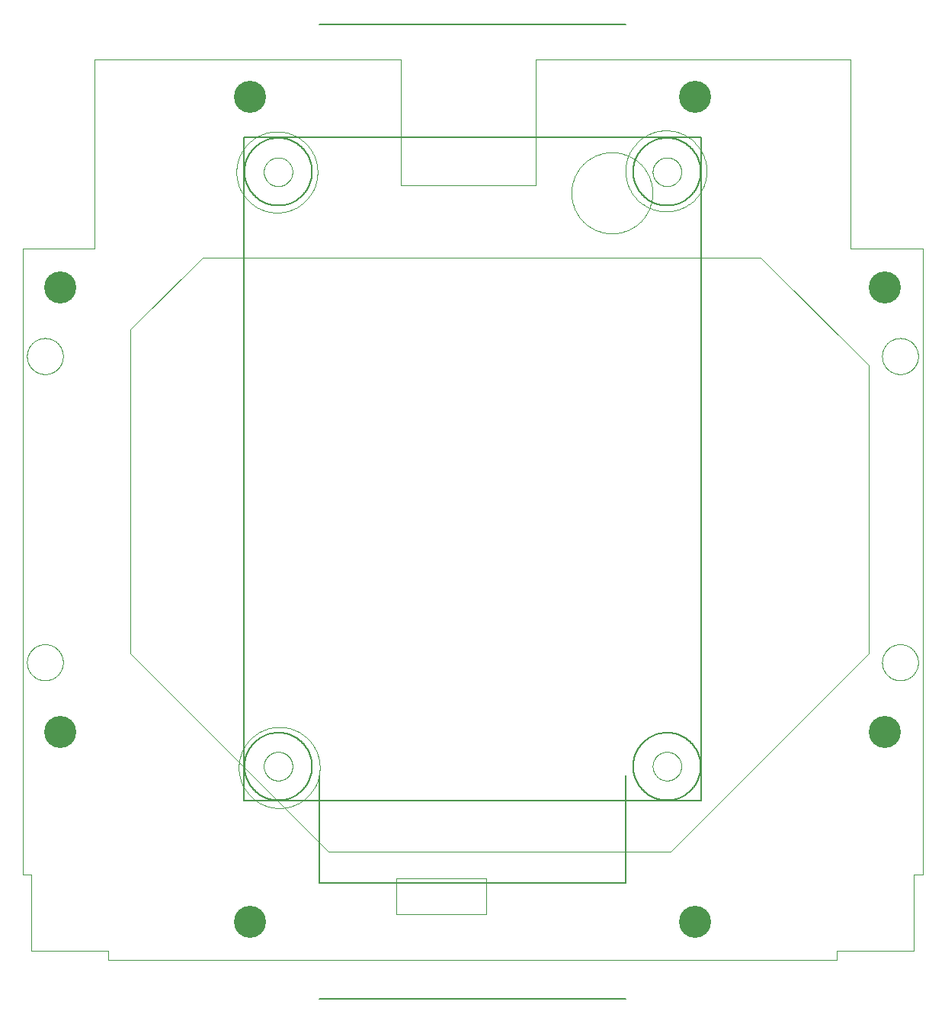
<source format=gto>
G75*
%MOIN*%
%OFA0B0*%
%FSLAX25Y25*%
%IPPOS*%
%LPD*%
%AMOC8*
5,1,8,0,0,1.08239X$1,22.5*
%
%ADD10C,0.00000*%
%ADD11C,0.14000*%
%ADD12C,0.00500*%
D10*
X0004937Y0022313D02*
X0004937Y0055778D01*
X0001000Y0055778D01*
X0001000Y0329400D01*
X0032496Y0329400D01*
X0032496Y0412077D01*
X0166354Y0412077D01*
X0166354Y0356959D01*
X0225409Y0356959D01*
X0225409Y0412077D01*
X0363205Y0412077D01*
X0363205Y0329400D01*
X0394701Y0329400D01*
X0394701Y0055778D01*
X0390764Y0055778D01*
X0390764Y0022313D01*
X0357299Y0022313D01*
X0357299Y0018376D01*
X0038402Y0018376D01*
X0038402Y0022313D01*
X0004937Y0022313D01*
X0011826Y0117982D02*
X0011828Y0118133D01*
X0011834Y0118283D01*
X0011844Y0118434D01*
X0011858Y0118584D01*
X0011876Y0118733D01*
X0011897Y0118883D01*
X0011923Y0119031D01*
X0011953Y0119179D01*
X0011986Y0119326D01*
X0012024Y0119472D01*
X0012065Y0119617D01*
X0012110Y0119761D01*
X0012159Y0119903D01*
X0012212Y0120044D01*
X0012268Y0120184D01*
X0012328Y0120322D01*
X0012391Y0120459D01*
X0012459Y0120594D01*
X0012529Y0120727D01*
X0012603Y0120858D01*
X0012681Y0120987D01*
X0012762Y0121114D01*
X0012846Y0121239D01*
X0012934Y0121362D01*
X0013025Y0121482D01*
X0013119Y0121600D01*
X0013216Y0121715D01*
X0013316Y0121828D01*
X0013419Y0121938D01*
X0013525Y0122045D01*
X0013634Y0122150D01*
X0013745Y0122251D01*
X0013859Y0122350D01*
X0013975Y0122445D01*
X0014095Y0122538D01*
X0014216Y0122627D01*
X0014340Y0122713D01*
X0014466Y0122796D01*
X0014594Y0122875D01*
X0014724Y0122951D01*
X0014856Y0123024D01*
X0014990Y0123092D01*
X0015126Y0123158D01*
X0015264Y0123220D01*
X0015403Y0123278D01*
X0015543Y0123332D01*
X0015685Y0123383D01*
X0015828Y0123430D01*
X0015973Y0123473D01*
X0016118Y0123512D01*
X0016265Y0123548D01*
X0016412Y0123579D01*
X0016560Y0123607D01*
X0016709Y0123631D01*
X0016858Y0123651D01*
X0017008Y0123667D01*
X0017158Y0123679D01*
X0017309Y0123687D01*
X0017460Y0123691D01*
X0017610Y0123691D01*
X0017761Y0123687D01*
X0017912Y0123679D01*
X0018062Y0123667D01*
X0018212Y0123651D01*
X0018361Y0123631D01*
X0018510Y0123607D01*
X0018658Y0123579D01*
X0018805Y0123548D01*
X0018952Y0123512D01*
X0019097Y0123473D01*
X0019242Y0123430D01*
X0019385Y0123383D01*
X0019527Y0123332D01*
X0019667Y0123278D01*
X0019806Y0123220D01*
X0019944Y0123158D01*
X0020080Y0123092D01*
X0020214Y0123024D01*
X0020346Y0122951D01*
X0020476Y0122875D01*
X0020604Y0122796D01*
X0020730Y0122713D01*
X0020854Y0122627D01*
X0020975Y0122538D01*
X0021095Y0122445D01*
X0021211Y0122350D01*
X0021325Y0122251D01*
X0021436Y0122150D01*
X0021545Y0122045D01*
X0021651Y0121938D01*
X0021754Y0121828D01*
X0021854Y0121715D01*
X0021951Y0121600D01*
X0022045Y0121482D01*
X0022136Y0121362D01*
X0022224Y0121239D01*
X0022308Y0121114D01*
X0022389Y0120987D01*
X0022467Y0120858D01*
X0022541Y0120727D01*
X0022611Y0120594D01*
X0022679Y0120459D01*
X0022742Y0120322D01*
X0022802Y0120184D01*
X0022858Y0120044D01*
X0022911Y0119903D01*
X0022960Y0119761D01*
X0023005Y0119617D01*
X0023046Y0119472D01*
X0023084Y0119326D01*
X0023117Y0119179D01*
X0023147Y0119031D01*
X0023173Y0118883D01*
X0023194Y0118733D01*
X0023212Y0118584D01*
X0023226Y0118434D01*
X0023236Y0118283D01*
X0023242Y0118133D01*
X0023244Y0117982D01*
X0023242Y0117831D01*
X0023236Y0117681D01*
X0023226Y0117530D01*
X0023212Y0117380D01*
X0023194Y0117231D01*
X0023173Y0117081D01*
X0023147Y0116933D01*
X0023117Y0116785D01*
X0023084Y0116638D01*
X0023046Y0116492D01*
X0023005Y0116347D01*
X0022960Y0116203D01*
X0022911Y0116061D01*
X0022858Y0115920D01*
X0022802Y0115780D01*
X0022742Y0115642D01*
X0022679Y0115505D01*
X0022611Y0115370D01*
X0022541Y0115237D01*
X0022467Y0115106D01*
X0022389Y0114977D01*
X0022308Y0114850D01*
X0022224Y0114725D01*
X0022136Y0114602D01*
X0022045Y0114482D01*
X0021951Y0114364D01*
X0021854Y0114249D01*
X0021754Y0114136D01*
X0021651Y0114026D01*
X0021545Y0113919D01*
X0021436Y0113814D01*
X0021325Y0113713D01*
X0021211Y0113614D01*
X0021095Y0113519D01*
X0020975Y0113426D01*
X0020854Y0113337D01*
X0020730Y0113251D01*
X0020604Y0113168D01*
X0020476Y0113089D01*
X0020346Y0113013D01*
X0020214Y0112940D01*
X0020080Y0112872D01*
X0019944Y0112806D01*
X0019806Y0112744D01*
X0019667Y0112686D01*
X0019527Y0112632D01*
X0019385Y0112581D01*
X0019242Y0112534D01*
X0019097Y0112491D01*
X0018952Y0112452D01*
X0018805Y0112416D01*
X0018658Y0112385D01*
X0018510Y0112357D01*
X0018361Y0112333D01*
X0018212Y0112313D01*
X0018062Y0112297D01*
X0017912Y0112285D01*
X0017761Y0112277D01*
X0017610Y0112273D01*
X0017460Y0112273D01*
X0017309Y0112277D01*
X0017158Y0112285D01*
X0017008Y0112297D01*
X0016858Y0112313D01*
X0016709Y0112333D01*
X0016560Y0112357D01*
X0016412Y0112385D01*
X0016265Y0112416D01*
X0016118Y0112452D01*
X0015973Y0112491D01*
X0015828Y0112534D01*
X0015685Y0112581D01*
X0015543Y0112632D01*
X0015403Y0112686D01*
X0015264Y0112744D01*
X0015126Y0112806D01*
X0014990Y0112872D01*
X0014856Y0112940D01*
X0014724Y0113013D01*
X0014594Y0113089D01*
X0014466Y0113168D01*
X0014340Y0113251D01*
X0014216Y0113337D01*
X0014095Y0113426D01*
X0013975Y0113519D01*
X0013859Y0113614D01*
X0013745Y0113713D01*
X0013634Y0113814D01*
X0013525Y0113919D01*
X0013419Y0114026D01*
X0013316Y0114136D01*
X0013216Y0114249D01*
X0013119Y0114364D01*
X0013025Y0114482D01*
X0012934Y0114602D01*
X0012846Y0114725D01*
X0012762Y0114850D01*
X0012681Y0114977D01*
X0012603Y0115106D01*
X0012529Y0115237D01*
X0012459Y0115370D01*
X0012391Y0115505D01*
X0012328Y0115642D01*
X0012268Y0115780D01*
X0012212Y0115920D01*
X0012159Y0116061D01*
X0012110Y0116203D01*
X0012065Y0116347D01*
X0012024Y0116492D01*
X0011986Y0116638D01*
X0011953Y0116785D01*
X0011923Y0116933D01*
X0011897Y0117081D01*
X0011876Y0117231D01*
X0011858Y0117380D01*
X0011844Y0117530D01*
X0011834Y0117681D01*
X0011828Y0117831D01*
X0011826Y0117982D01*
X0002961Y0148443D02*
X0002963Y0148636D01*
X0002970Y0148829D01*
X0002982Y0149022D01*
X0002999Y0149215D01*
X0003020Y0149407D01*
X0003046Y0149598D01*
X0003077Y0149789D01*
X0003112Y0149979D01*
X0003152Y0150168D01*
X0003197Y0150356D01*
X0003246Y0150543D01*
X0003300Y0150729D01*
X0003358Y0150913D01*
X0003421Y0151096D01*
X0003489Y0151277D01*
X0003560Y0151456D01*
X0003637Y0151634D01*
X0003717Y0151810D01*
X0003802Y0151983D01*
X0003891Y0152155D01*
X0003984Y0152324D01*
X0004081Y0152491D01*
X0004183Y0152656D01*
X0004288Y0152818D01*
X0004397Y0152977D01*
X0004511Y0153134D01*
X0004628Y0153287D01*
X0004748Y0153438D01*
X0004873Y0153586D01*
X0005001Y0153731D01*
X0005132Y0153872D01*
X0005267Y0154011D01*
X0005406Y0154146D01*
X0005547Y0154277D01*
X0005692Y0154405D01*
X0005840Y0154530D01*
X0005991Y0154650D01*
X0006144Y0154767D01*
X0006301Y0154881D01*
X0006460Y0154990D01*
X0006622Y0155095D01*
X0006787Y0155197D01*
X0006954Y0155294D01*
X0007123Y0155387D01*
X0007295Y0155476D01*
X0007468Y0155561D01*
X0007644Y0155641D01*
X0007822Y0155718D01*
X0008001Y0155789D01*
X0008182Y0155857D01*
X0008365Y0155920D01*
X0008549Y0155978D01*
X0008735Y0156032D01*
X0008922Y0156081D01*
X0009110Y0156126D01*
X0009299Y0156166D01*
X0009489Y0156201D01*
X0009680Y0156232D01*
X0009871Y0156258D01*
X0010063Y0156279D01*
X0010256Y0156296D01*
X0010449Y0156308D01*
X0010642Y0156315D01*
X0010835Y0156317D01*
X0011028Y0156315D01*
X0011221Y0156308D01*
X0011414Y0156296D01*
X0011607Y0156279D01*
X0011799Y0156258D01*
X0011990Y0156232D01*
X0012181Y0156201D01*
X0012371Y0156166D01*
X0012560Y0156126D01*
X0012748Y0156081D01*
X0012935Y0156032D01*
X0013121Y0155978D01*
X0013305Y0155920D01*
X0013488Y0155857D01*
X0013669Y0155789D01*
X0013848Y0155718D01*
X0014026Y0155641D01*
X0014202Y0155561D01*
X0014375Y0155476D01*
X0014547Y0155387D01*
X0014716Y0155294D01*
X0014883Y0155197D01*
X0015048Y0155095D01*
X0015210Y0154990D01*
X0015369Y0154881D01*
X0015526Y0154767D01*
X0015679Y0154650D01*
X0015830Y0154530D01*
X0015978Y0154405D01*
X0016123Y0154277D01*
X0016264Y0154146D01*
X0016403Y0154011D01*
X0016538Y0153872D01*
X0016669Y0153731D01*
X0016797Y0153586D01*
X0016922Y0153438D01*
X0017042Y0153287D01*
X0017159Y0153134D01*
X0017273Y0152977D01*
X0017382Y0152818D01*
X0017487Y0152656D01*
X0017589Y0152491D01*
X0017686Y0152324D01*
X0017779Y0152155D01*
X0017868Y0151983D01*
X0017953Y0151810D01*
X0018033Y0151634D01*
X0018110Y0151456D01*
X0018181Y0151277D01*
X0018249Y0151096D01*
X0018312Y0150913D01*
X0018370Y0150729D01*
X0018424Y0150543D01*
X0018473Y0150356D01*
X0018518Y0150168D01*
X0018558Y0149979D01*
X0018593Y0149789D01*
X0018624Y0149598D01*
X0018650Y0149407D01*
X0018671Y0149215D01*
X0018688Y0149022D01*
X0018700Y0148829D01*
X0018707Y0148636D01*
X0018709Y0148443D01*
X0018707Y0148250D01*
X0018700Y0148057D01*
X0018688Y0147864D01*
X0018671Y0147671D01*
X0018650Y0147479D01*
X0018624Y0147288D01*
X0018593Y0147097D01*
X0018558Y0146907D01*
X0018518Y0146718D01*
X0018473Y0146530D01*
X0018424Y0146343D01*
X0018370Y0146157D01*
X0018312Y0145973D01*
X0018249Y0145790D01*
X0018181Y0145609D01*
X0018110Y0145430D01*
X0018033Y0145252D01*
X0017953Y0145076D01*
X0017868Y0144903D01*
X0017779Y0144731D01*
X0017686Y0144562D01*
X0017589Y0144395D01*
X0017487Y0144230D01*
X0017382Y0144068D01*
X0017273Y0143909D01*
X0017159Y0143752D01*
X0017042Y0143599D01*
X0016922Y0143448D01*
X0016797Y0143300D01*
X0016669Y0143155D01*
X0016538Y0143014D01*
X0016403Y0142875D01*
X0016264Y0142740D01*
X0016123Y0142609D01*
X0015978Y0142481D01*
X0015830Y0142356D01*
X0015679Y0142236D01*
X0015526Y0142119D01*
X0015369Y0142005D01*
X0015210Y0141896D01*
X0015048Y0141791D01*
X0014883Y0141689D01*
X0014716Y0141592D01*
X0014547Y0141499D01*
X0014375Y0141410D01*
X0014202Y0141325D01*
X0014026Y0141245D01*
X0013848Y0141168D01*
X0013669Y0141097D01*
X0013488Y0141029D01*
X0013305Y0140966D01*
X0013121Y0140908D01*
X0012935Y0140854D01*
X0012748Y0140805D01*
X0012560Y0140760D01*
X0012371Y0140720D01*
X0012181Y0140685D01*
X0011990Y0140654D01*
X0011799Y0140628D01*
X0011607Y0140607D01*
X0011414Y0140590D01*
X0011221Y0140578D01*
X0011028Y0140571D01*
X0010835Y0140569D01*
X0010642Y0140571D01*
X0010449Y0140578D01*
X0010256Y0140590D01*
X0010063Y0140607D01*
X0009871Y0140628D01*
X0009680Y0140654D01*
X0009489Y0140685D01*
X0009299Y0140720D01*
X0009110Y0140760D01*
X0008922Y0140805D01*
X0008735Y0140854D01*
X0008549Y0140908D01*
X0008365Y0140966D01*
X0008182Y0141029D01*
X0008001Y0141097D01*
X0007822Y0141168D01*
X0007644Y0141245D01*
X0007468Y0141325D01*
X0007295Y0141410D01*
X0007123Y0141499D01*
X0006954Y0141592D01*
X0006787Y0141689D01*
X0006622Y0141791D01*
X0006460Y0141896D01*
X0006301Y0142005D01*
X0006144Y0142119D01*
X0005991Y0142236D01*
X0005840Y0142356D01*
X0005692Y0142481D01*
X0005547Y0142609D01*
X0005406Y0142740D01*
X0005267Y0142875D01*
X0005132Y0143014D01*
X0005001Y0143155D01*
X0004873Y0143300D01*
X0004748Y0143448D01*
X0004628Y0143599D01*
X0004511Y0143752D01*
X0004397Y0143909D01*
X0004288Y0144068D01*
X0004183Y0144230D01*
X0004081Y0144395D01*
X0003984Y0144562D01*
X0003891Y0144731D01*
X0003802Y0144903D01*
X0003717Y0145076D01*
X0003637Y0145252D01*
X0003560Y0145430D01*
X0003489Y0145609D01*
X0003421Y0145790D01*
X0003358Y0145973D01*
X0003300Y0146157D01*
X0003246Y0146343D01*
X0003197Y0146530D01*
X0003152Y0146718D01*
X0003112Y0146907D01*
X0003077Y0147097D01*
X0003046Y0147288D01*
X0003020Y0147479D01*
X0002999Y0147671D01*
X0002982Y0147864D01*
X0002970Y0148057D01*
X0002963Y0148250D01*
X0002961Y0148443D01*
X0048244Y0152234D02*
X0048244Y0293967D01*
X0079740Y0325463D01*
X0323835Y0325463D01*
X0371079Y0278219D01*
X0371079Y0152234D01*
X0284465Y0065620D01*
X0134858Y0065620D01*
X0048244Y0152234D01*
X0106551Y0103022D02*
X0106553Y0103180D01*
X0106559Y0103338D01*
X0106569Y0103495D01*
X0106583Y0103653D01*
X0106601Y0103810D01*
X0106623Y0103966D01*
X0106648Y0104122D01*
X0106678Y0104277D01*
X0106712Y0104431D01*
X0106749Y0104585D01*
X0106791Y0104737D01*
X0106836Y0104889D01*
X0106885Y0105039D01*
X0106938Y0105188D01*
X0106994Y0105335D01*
X0107054Y0105481D01*
X0107118Y0105626D01*
X0107186Y0105769D01*
X0107257Y0105910D01*
X0107331Y0106049D01*
X0107410Y0106186D01*
X0107491Y0106321D01*
X0107576Y0106455D01*
X0107664Y0106586D01*
X0107756Y0106714D01*
X0107851Y0106841D01*
X0107949Y0106965D01*
X0108050Y0107086D01*
X0108154Y0107205D01*
X0108261Y0107321D01*
X0108371Y0107435D01*
X0108483Y0107545D01*
X0108599Y0107653D01*
X0108717Y0107758D01*
X0108838Y0107859D01*
X0108961Y0107958D01*
X0109087Y0108054D01*
X0109215Y0108146D01*
X0109345Y0108235D01*
X0109478Y0108321D01*
X0109613Y0108403D01*
X0109750Y0108482D01*
X0109888Y0108558D01*
X0110029Y0108630D01*
X0110171Y0108698D01*
X0110315Y0108763D01*
X0110461Y0108824D01*
X0110608Y0108882D01*
X0110757Y0108935D01*
X0110907Y0108985D01*
X0111058Y0109031D01*
X0111210Y0109074D01*
X0111363Y0109112D01*
X0111517Y0109147D01*
X0111672Y0109178D01*
X0111828Y0109204D01*
X0111984Y0109227D01*
X0112141Y0109246D01*
X0112298Y0109261D01*
X0112456Y0109272D01*
X0112614Y0109279D01*
X0112772Y0109282D01*
X0112929Y0109281D01*
X0113087Y0109276D01*
X0113245Y0109267D01*
X0113402Y0109254D01*
X0113560Y0109237D01*
X0113716Y0109216D01*
X0113872Y0109191D01*
X0114027Y0109163D01*
X0114182Y0109130D01*
X0114336Y0109093D01*
X0114488Y0109053D01*
X0114640Y0109009D01*
X0114790Y0108961D01*
X0114940Y0108909D01*
X0115088Y0108853D01*
X0115234Y0108794D01*
X0115379Y0108731D01*
X0115522Y0108665D01*
X0115664Y0108594D01*
X0115803Y0108521D01*
X0115941Y0108443D01*
X0116077Y0108363D01*
X0116210Y0108279D01*
X0116342Y0108191D01*
X0116471Y0108100D01*
X0116598Y0108006D01*
X0116723Y0107909D01*
X0116845Y0107809D01*
X0116964Y0107706D01*
X0117081Y0107599D01*
X0117195Y0107490D01*
X0117307Y0107378D01*
X0117415Y0107263D01*
X0117521Y0107146D01*
X0117623Y0107026D01*
X0117723Y0106903D01*
X0117819Y0106778D01*
X0117912Y0106650D01*
X0118002Y0106520D01*
X0118089Y0106388D01*
X0118172Y0106254D01*
X0118252Y0106118D01*
X0118328Y0105979D01*
X0118401Y0105839D01*
X0118471Y0105697D01*
X0118536Y0105554D01*
X0118598Y0105408D01*
X0118657Y0105262D01*
X0118711Y0105113D01*
X0118762Y0104964D01*
X0118809Y0104813D01*
X0118853Y0104661D01*
X0118892Y0104508D01*
X0118928Y0104354D01*
X0118959Y0104200D01*
X0118987Y0104044D01*
X0119011Y0103888D01*
X0119031Y0103731D01*
X0119047Y0103574D01*
X0119059Y0103417D01*
X0119067Y0103259D01*
X0119071Y0103101D01*
X0119071Y0102943D01*
X0119067Y0102785D01*
X0119059Y0102627D01*
X0119047Y0102470D01*
X0119031Y0102313D01*
X0119011Y0102156D01*
X0118987Y0102000D01*
X0118959Y0101844D01*
X0118928Y0101690D01*
X0118892Y0101536D01*
X0118853Y0101383D01*
X0118809Y0101231D01*
X0118762Y0101080D01*
X0118711Y0100931D01*
X0118657Y0100782D01*
X0118598Y0100636D01*
X0118536Y0100490D01*
X0118471Y0100347D01*
X0118401Y0100205D01*
X0118328Y0100065D01*
X0118252Y0099926D01*
X0118172Y0099790D01*
X0118089Y0099656D01*
X0118002Y0099524D01*
X0117912Y0099394D01*
X0117819Y0099266D01*
X0117723Y0099141D01*
X0117623Y0099018D01*
X0117521Y0098898D01*
X0117415Y0098781D01*
X0117307Y0098666D01*
X0117195Y0098554D01*
X0117081Y0098445D01*
X0116964Y0098338D01*
X0116845Y0098235D01*
X0116723Y0098135D01*
X0116598Y0098038D01*
X0116471Y0097944D01*
X0116342Y0097853D01*
X0116210Y0097765D01*
X0116077Y0097681D01*
X0115941Y0097601D01*
X0115803Y0097523D01*
X0115664Y0097450D01*
X0115522Y0097379D01*
X0115379Y0097313D01*
X0115234Y0097250D01*
X0115088Y0097191D01*
X0114940Y0097135D01*
X0114790Y0097083D01*
X0114640Y0097035D01*
X0114488Y0096991D01*
X0114336Y0096951D01*
X0114182Y0096914D01*
X0114027Y0096881D01*
X0113872Y0096853D01*
X0113716Y0096828D01*
X0113560Y0096807D01*
X0113402Y0096790D01*
X0113245Y0096777D01*
X0113087Y0096768D01*
X0112929Y0096763D01*
X0112772Y0096762D01*
X0112614Y0096765D01*
X0112456Y0096772D01*
X0112298Y0096783D01*
X0112141Y0096798D01*
X0111984Y0096817D01*
X0111828Y0096840D01*
X0111672Y0096866D01*
X0111517Y0096897D01*
X0111363Y0096932D01*
X0111210Y0096970D01*
X0111058Y0097013D01*
X0110907Y0097059D01*
X0110757Y0097109D01*
X0110608Y0097162D01*
X0110461Y0097220D01*
X0110315Y0097281D01*
X0110171Y0097346D01*
X0110029Y0097414D01*
X0109888Y0097486D01*
X0109750Y0097562D01*
X0109613Y0097641D01*
X0109478Y0097723D01*
X0109345Y0097809D01*
X0109215Y0097898D01*
X0109087Y0097990D01*
X0108961Y0098086D01*
X0108838Y0098185D01*
X0108717Y0098286D01*
X0108599Y0098391D01*
X0108483Y0098499D01*
X0108371Y0098609D01*
X0108261Y0098723D01*
X0108154Y0098839D01*
X0108050Y0098958D01*
X0107949Y0099079D01*
X0107851Y0099203D01*
X0107756Y0099330D01*
X0107664Y0099458D01*
X0107576Y0099589D01*
X0107491Y0099723D01*
X0107410Y0099858D01*
X0107331Y0099995D01*
X0107257Y0100134D01*
X0107186Y0100275D01*
X0107118Y0100418D01*
X0107054Y0100563D01*
X0106994Y0100709D01*
X0106938Y0100856D01*
X0106885Y0101005D01*
X0106836Y0101155D01*
X0106791Y0101307D01*
X0106749Y0101459D01*
X0106712Y0101613D01*
X0106678Y0101767D01*
X0106648Y0101922D01*
X0106623Y0102078D01*
X0106601Y0102234D01*
X0106583Y0102391D01*
X0106569Y0102549D01*
X0106559Y0102706D01*
X0106553Y0102864D01*
X0106551Y0103022D01*
X0095602Y0102435D02*
X0095607Y0102870D01*
X0095623Y0103304D01*
X0095650Y0103738D01*
X0095687Y0104172D01*
X0095735Y0104604D01*
X0095794Y0105035D01*
X0095863Y0105464D01*
X0095942Y0105891D01*
X0096032Y0106317D01*
X0096133Y0106740D01*
X0096244Y0107160D01*
X0096365Y0107578D01*
X0096496Y0107992D01*
X0096638Y0108404D01*
X0096789Y0108811D01*
X0096951Y0109215D01*
X0097122Y0109615D01*
X0097303Y0110010D01*
X0097494Y0110401D01*
X0097694Y0110787D01*
X0097904Y0111168D01*
X0098123Y0111543D01*
X0098351Y0111914D01*
X0098588Y0112278D01*
X0098834Y0112637D01*
X0099089Y0112989D01*
X0099352Y0113335D01*
X0099624Y0113675D01*
X0099904Y0114007D01*
X0100192Y0114333D01*
X0100488Y0114652D01*
X0100791Y0114963D01*
X0101102Y0115266D01*
X0101421Y0115562D01*
X0101747Y0115850D01*
X0102079Y0116130D01*
X0102419Y0116402D01*
X0102765Y0116665D01*
X0103117Y0116920D01*
X0103476Y0117166D01*
X0103840Y0117403D01*
X0104211Y0117631D01*
X0104586Y0117850D01*
X0104967Y0118060D01*
X0105353Y0118260D01*
X0105744Y0118451D01*
X0106139Y0118632D01*
X0106539Y0118803D01*
X0106943Y0118965D01*
X0107350Y0119116D01*
X0107762Y0119258D01*
X0108176Y0119389D01*
X0108594Y0119510D01*
X0109014Y0119621D01*
X0109437Y0119722D01*
X0109863Y0119812D01*
X0110290Y0119891D01*
X0110719Y0119960D01*
X0111150Y0120019D01*
X0111582Y0120067D01*
X0112016Y0120104D01*
X0112450Y0120131D01*
X0112884Y0120147D01*
X0113319Y0120152D01*
X0113754Y0120147D01*
X0114188Y0120131D01*
X0114622Y0120104D01*
X0115056Y0120067D01*
X0115488Y0120019D01*
X0115919Y0119960D01*
X0116348Y0119891D01*
X0116775Y0119812D01*
X0117201Y0119722D01*
X0117624Y0119621D01*
X0118044Y0119510D01*
X0118462Y0119389D01*
X0118876Y0119258D01*
X0119288Y0119116D01*
X0119695Y0118965D01*
X0120099Y0118803D01*
X0120499Y0118632D01*
X0120894Y0118451D01*
X0121285Y0118260D01*
X0121671Y0118060D01*
X0122052Y0117850D01*
X0122427Y0117631D01*
X0122798Y0117403D01*
X0123162Y0117166D01*
X0123521Y0116920D01*
X0123873Y0116665D01*
X0124219Y0116402D01*
X0124559Y0116130D01*
X0124891Y0115850D01*
X0125217Y0115562D01*
X0125536Y0115266D01*
X0125847Y0114963D01*
X0126150Y0114652D01*
X0126446Y0114333D01*
X0126734Y0114007D01*
X0127014Y0113675D01*
X0127286Y0113335D01*
X0127549Y0112989D01*
X0127804Y0112637D01*
X0128050Y0112278D01*
X0128287Y0111914D01*
X0128515Y0111543D01*
X0128734Y0111168D01*
X0128944Y0110787D01*
X0129144Y0110401D01*
X0129335Y0110010D01*
X0129516Y0109615D01*
X0129687Y0109215D01*
X0129849Y0108811D01*
X0130000Y0108404D01*
X0130142Y0107992D01*
X0130273Y0107578D01*
X0130394Y0107160D01*
X0130505Y0106740D01*
X0130606Y0106317D01*
X0130696Y0105891D01*
X0130775Y0105464D01*
X0130844Y0105035D01*
X0130903Y0104604D01*
X0130951Y0104172D01*
X0130988Y0103738D01*
X0131015Y0103304D01*
X0131031Y0102870D01*
X0131036Y0102435D01*
X0131031Y0102000D01*
X0131015Y0101566D01*
X0130988Y0101132D01*
X0130951Y0100698D01*
X0130903Y0100266D01*
X0130844Y0099835D01*
X0130775Y0099406D01*
X0130696Y0098979D01*
X0130606Y0098553D01*
X0130505Y0098130D01*
X0130394Y0097710D01*
X0130273Y0097292D01*
X0130142Y0096878D01*
X0130000Y0096466D01*
X0129849Y0096059D01*
X0129687Y0095655D01*
X0129516Y0095255D01*
X0129335Y0094860D01*
X0129144Y0094469D01*
X0128944Y0094083D01*
X0128734Y0093702D01*
X0128515Y0093327D01*
X0128287Y0092956D01*
X0128050Y0092592D01*
X0127804Y0092233D01*
X0127549Y0091881D01*
X0127286Y0091535D01*
X0127014Y0091195D01*
X0126734Y0090863D01*
X0126446Y0090537D01*
X0126150Y0090218D01*
X0125847Y0089907D01*
X0125536Y0089604D01*
X0125217Y0089308D01*
X0124891Y0089020D01*
X0124559Y0088740D01*
X0124219Y0088468D01*
X0123873Y0088205D01*
X0123521Y0087950D01*
X0123162Y0087704D01*
X0122798Y0087467D01*
X0122427Y0087239D01*
X0122052Y0087020D01*
X0121671Y0086810D01*
X0121285Y0086610D01*
X0120894Y0086419D01*
X0120499Y0086238D01*
X0120099Y0086067D01*
X0119695Y0085905D01*
X0119288Y0085754D01*
X0118876Y0085612D01*
X0118462Y0085481D01*
X0118044Y0085360D01*
X0117624Y0085249D01*
X0117201Y0085148D01*
X0116775Y0085058D01*
X0116348Y0084979D01*
X0115919Y0084910D01*
X0115488Y0084851D01*
X0115056Y0084803D01*
X0114622Y0084766D01*
X0114188Y0084739D01*
X0113754Y0084723D01*
X0113319Y0084718D01*
X0112884Y0084723D01*
X0112450Y0084739D01*
X0112016Y0084766D01*
X0111582Y0084803D01*
X0111150Y0084851D01*
X0110719Y0084910D01*
X0110290Y0084979D01*
X0109863Y0085058D01*
X0109437Y0085148D01*
X0109014Y0085249D01*
X0108594Y0085360D01*
X0108176Y0085481D01*
X0107762Y0085612D01*
X0107350Y0085754D01*
X0106943Y0085905D01*
X0106539Y0086067D01*
X0106139Y0086238D01*
X0105744Y0086419D01*
X0105353Y0086610D01*
X0104967Y0086810D01*
X0104586Y0087020D01*
X0104211Y0087239D01*
X0103840Y0087467D01*
X0103476Y0087704D01*
X0103117Y0087950D01*
X0102765Y0088205D01*
X0102419Y0088468D01*
X0102079Y0088740D01*
X0101747Y0089020D01*
X0101421Y0089308D01*
X0101102Y0089604D01*
X0100791Y0089907D01*
X0100488Y0090218D01*
X0100192Y0090537D01*
X0099904Y0090863D01*
X0099624Y0091195D01*
X0099352Y0091535D01*
X0099089Y0091881D01*
X0098834Y0092233D01*
X0098588Y0092592D01*
X0098351Y0092956D01*
X0098123Y0093327D01*
X0097904Y0093702D01*
X0097694Y0094083D01*
X0097494Y0094469D01*
X0097303Y0094860D01*
X0097122Y0095255D01*
X0096951Y0095655D01*
X0096789Y0096059D01*
X0096638Y0096466D01*
X0096496Y0096878D01*
X0096365Y0097292D01*
X0096244Y0097710D01*
X0096133Y0098130D01*
X0096032Y0098553D01*
X0095942Y0098979D01*
X0095863Y0099406D01*
X0095794Y0099835D01*
X0095735Y0100266D01*
X0095687Y0100698D01*
X0095650Y0101132D01*
X0095623Y0101566D01*
X0095607Y0102000D01*
X0095602Y0102435D01*
X0094897Y0034911D02*
X0094899Y0035062D01*
X0094905Y0035212D01*
X0094915Y0035363D01*
X0094929Y0035513D01*
X0094947Y0035662D01*
X0094968Y0035812D01*
X0094994Y0035960D01*
X0095024Y0036108D01*
X0095057Y0036255D01*
X0095095Y0036401D01*
X0095136Y0036546D01*
X0095181Y0036690D01*
X0095230Y0036832D01*
X0095283Y0036973D01*
X0095339Y0037113D01*
X0095399Y0037251D01*
X0095462Y0037388D01*
X0095530Y0037523D01*
X0095600Y0037656D01*
X0095674Y0037787D01*
X0095752Y0037916D01*
X0095833Y0038043D01*
X0095917Y0038168D01*
X0096005Y0038291D01*
X0096096Y0038411D01*
X0096190Y0038529D01*
X0096287Y0038644D01*
X0096387Y0038757D01*
X0096490Y0038867D01*
X0096596Y0038974D01*
X0096705Y0039079D01*
X0096816Y0039180D01*
X0096930Y0039279D01*
X0097046Y0039374D01*
X0097166Y0039467D01*
X0097287Y0039556D01*
X0097411Y0039642D01*
X0097537Y0039725D01*
X0097665Y0039804D01*
X0097795Y0039880D01*
X0097927Y0039953D01*
X0098061Y0040021D01*
X0098197Y0040087D01*
X0098335Y0040149D01*
X0098474Y0040207D01*
X0098614Y0040261D01*
X0098756Y0040312D01*
X0098899Y0040359D01*
X0099044Y0040402D01*
X0099189Y0040441D01*
X0099336Y0040477D01*
X0099483Y0040508D01*
X0099631Y0040536D01*
X0099780Y0040560D01*
X0099929Y0040580D01*
X0100079Y0040596D01*
X0100229Y0040608D01*
X0100380Y0040616D01*
X0100531Y0040620D01*
X0100681Y0040620D01*
X0100832Y0040616D01*
X0100983Y0040608D01*
X0101133Y0040596D01*
X0101283Y0040580D01*
X0101432Y0040560D01*
X0101581Y0040536D01*
X0101729Y0040508D01*
X0101876Y0040477D01*
X0102023Y0040441D01*
X0102168Y0040402D01*
X0102313Y0040359D01*
X0102456Y0040312D01*
X0102598Y0040261D01*
X0102738Y0040207D01*
X0102877Y0040149D01*
X0103015Y0040087D01*
X0103151Y0040021D01*
X0103285Y0039953D01*
X0103417Y0039880D01*
X0103547Y0039804D01*
X0103675Y0039725D01*
X0103801Y0039642D01*
X0103925Y0039556D01*
X0104046Y0039467D01*
X0104166Y0039374D01*
X0104282Y0039279D01*
X0104396Y0039180D01*
X0104507Y0039079D01*
X0104616Y0038974D01*
X0104722Y0038867D01*
X0104825Y0038757D01*
X0104925Y0038644D01*
X0105022Y0038529D01*
X0105116Y0038411D01*
X0105207Y0038291D01*
X0105295Y0038168D01*
X0105379Y0038043D01*
X0105460Y0037916D01*
X0105538Y0037787D01*
X0105612Y0037656D01*
X0105682Y0037523D01*
X0105750Y0037388D01*
X0105813Y0037251D01*
X0105873Y0037113D01*
X0105929Y0036973D01*
X0105982Y0036832D01*
X0106031Y0036690D01*
X0106076Y0036546D01*
X0106117Y0036401D01*
X0106155Y0036255D01*
X0106188Y0036108D01*
X0106218Y0035960D01*
X0106244Y0035812D01*
X0106265Y0035662D01*
X0106283Y0035513D01*
X0106297Y0035363D01*
X0106307Y0035212D01*
X0106313Y0035062D01*
X0106315Y0034911D01*
X0106313Y0034760D01*
X0106307Y0034610D01*
X0106297Y0034459D01*
X0106283Y0034309D01*
X0106265Y0034160D01*
X0106244Y0034010D01*
X0106218Y0033862D01*
X0106188Y0033714D01*
X0106155Y0033567D01*
X0106117Y0033421D01*
X0106076Y0033276D01*
X0106031Y0033132D01*
X0105982Y0032990D01*
X0105929Y0032849D01*
X0105873Y0032709D01*
X0105813Y0032571D01*
X0105750Y0032434D01*
X0105682Y0032299D01*
X0105612Y0032166D01*
X0105538Y0032035D01*
X0105460Y0031906D01*
X0105379Y0031779D01*
X0105295Y0031654D01*
X0105207Y0031531D01*
X0105116Y0031411D01*
X0105022Y0031293D01*
X0104925Y0031178D01*
X0104825Y0031065D01*
X0104722Y0030955D01*
X0104616Y0030848D01*
X0104507Y0030743D01*
X0104396Y0030642D01*
X0104282Y0030543D01*
X0104166Y0030448D01*
X0104046Y0030355D01*
X0103925Y0030266D01*
X0103801Y0030180D01*
X0103675Y0030097D01*
X0103547Y0030018D01*
X0103417Y0029942D01*
X0103285Y0029869D01*
X0103151Y0029801D01*
X0103015Y0029735D01*
X0102877Y0029673D01*
X0102738Y0029615D01*
X0102598Y0029561D01*
X0102456Y0029510D01*
X0102313Y0029463D01*
X0102168Y0029420D01*
X0102023Y0029381D01*
X0101876Y0029345D01*
X0101729Y0029314D01*
X0101581Y0029286D01*
X0101432Y0029262D01*
X0101283Y0029242D01*
X0101133Y0029226D01*
X0100983Y0029214D01*
X0100832Y0029206D01*
X0100681Y0029202D01*
X0100531Y0029202D01*
X0100380Y0029206D01*
X0100229Y0029214D01*
X0100079Y0029226D01*
X0099929Y0029242D01*
X0099780Y0029262D01*
X0099631Y0029286D01*
X0099483Y0029314D01*
X0099336Y0029345D01*
X0099189Y0029381D01*
X0099044Y0029420D01*
X0098899Y0029463D01*
X0098756Y0029510D01*
X0098614Y0029561D01*
X0098474Y0029615D01*
X0098335Y0029673D01*
X0098197Y0029735D01*
X0098061Y0029801D01*
X0097927Y0029869D01*
X0097795Y0029942D01*
X0097665Y0030018D01*
X0097537Y0030097D01*
X0097411Y0030180D01*
X0097287Y0030266D01*
X0097166Y0030355D01*
X0097046Y0030448D01*
X0096930Y0030543D01*
X0096816Y0030642D01*
X0096705Y0030743D01*
X0096596Y0030848D01*
X0096490Y0030955D01*
X0096387Y0031065D01*
X0096287Y0031178D01*
X0096190Y0031293D01*
X0096096Y0031411D01*
X0096005Y0031531D01*
X0095917Y0031654D01*
X0095833Y0031779D01*
X0095752Y0031906D01*
X0095674Y0032035D01*
X0095600Y0032166D01*
X0095530Y0032299D01*
X0095462Y0032434D01*
X0095399Y0032571D01*
X0095339Y0032709D01*
X0095283Y0032849D01*
X0095230Y0032990D01*
X0095181Y0033132D01*
X0095136Y0033276D01*
X0095095Y0033421D01*
X0095057Y0033567D01*
X0095024Y0033714D01*
X0094994Y0033862D01*
X0094968Y0034010D01*
X0094947Y0034160D01*
X0094929Y0034309D01*
X0094915Y0034459D01*
X0094905Y0034610D01*
X0094899Y0034760D01*
X0094897Y0034911D01*
X0164378Y0038207D02*
X0203748Y0038207D01*
X0203748Y0053955D01*
X0164378Y0053955D01*
X0164378Y0038207D01*
X0276630Y0103022D02*
X0276632Y0103180D01*
X0276638Y0103338D01*
X0276648Y0103495D01*
X0276662Y0103653D01*
X0276680Y0103810D01*
X0276702Y0103966D01*
X0276727Y0104122D01*
X0276757Y0104277D01*
X0276791Y0104431D01*
X0276828Y0104585D01*
X0276870Y0104737D01*
X0276915Y0104889D01*
X0276964Y0105039D01*
X0277017Y0105188D01*
X0277073Y0105335D01*
X0277133Y0105481D01*
X0277197Y0105626D01*
X0277265Y0105769D01*
X0277336Y0105910D01*
X0277410Y0106049D01*
X0277489Y0106186D01*
X0277570Y0106321D01*
X0277655Y0106455D01*
X0277743Y0106586D01*
X0277835Y0106714D01*
X0277930Y0106841D01*
X0278028Y0106965D01*
X0278129Y0107086D01*
X0278233Y0107205D01*
X0278340Y0107321D01*
X0278450Y0107435D01*
X0278562Y0107545D01*
X0278678Y0107653D01*
X0278796Y0107758D01*
X0278917Y0107859D01*
X0279040Y0107958D01*
X0279166Y0108054D01*
X0279294Y0108146D01*
X0279424Y0108235D01*
X0279557Y0108321D01*
X0279692Y0108403D01*
X0279829Y0108482D01*
X0279967Y0108558D01*
X0280108Y0108630D01*
X0280250Y0108698D01*
X0280394Y0108763D01*
X0280540Y0108824D01*
X0280687Y0108882D01*
X0280836Y0108935D01*
X0280986Y0108985D01*
X0281137Y0109031D01*
X0281289Y0109074D01*
X0281442Y0109112D01*
X0281596Y0109147D01*
X0281751Y0109178D01*
X0281907Y0109204D01*
X0282063Y0109227D01*
X0282220Y0109246D01*
X0282377Y0109261D01*
X0282535Y0109272D01*
X0282693Y0109279D01*
X0282851Y0109282D01*
X0283008Y0109281D01*
X0283166Y0109276D01*
X0283324Y0109267D01*
X0283481Y0109254D01*
X0283639Y0109237D01*
X0283795Y0109216D01*
X0283951Y0109191D01*
X0284106Y0109163D01*
X0284261Y0109130D01*
X0284415Y0109093D01*
X0284567Y0109053D01*
X0284719Y0109009D01*
X0284869Y0108961D01*
X0285019Y0108909D01*
X0285167Y0108853D01*
X0285313Y0108794D01*
X0285458Y0108731D01*
X0285601Y0108665D01*
X0285743Y0108594D01*
X0285882Y0108521D01*
X0286020Y0108443D01*
X0286156Y0108363D01*
X0286289Y0108279D01*
X0286421Y0108191D01*
X0286550Y0108100D01*
X0286677Y0108006D01*
X0286802Y0107909D01*
X0286924Y0107809D01*
X0287043Y0107706D01*
X0287160Y0107599D01*
X0287274Y0107490D01*
X0287386Y0107378D01*
X0287494Y0107263D01*
X0287600Y0107146D01*
X0287702Y0107026D01*
X0287802Y0106903D01*
X0287898Y0106778D01*
X0287991Y0106650D01*
X0288081Y0106520D01*
X0288168Y0106388D01*
X0288251Y0106254D01*
X0288331Y0106118D01*
X0288407Y0105979D01*
X0288480Y0105839D01*
X0288550Y0105697D01*
X0288615Y0105554D01*
X0288677Y0105408D01*
X0288736Y0105262D01*
X0288790Y0105113D01*
X0288841Y0104964D01*
X0288888Y0104813D01*
X0288932Y0104661D01*
X0288971Y0104508D01*
X0289007Y0104354D01*
X0289038Y0104200D01*
X0289066Y0104044D01*
X0289090Y0103888D01*
X0289110Y0103731D01*
X0289126Y0103574D01*
X0289138Y0103417D01*
X0289146Y0103259D01*
X0289150Y0103101D01*
X0289150Y0102943D01*
X0289146Y0102785D01*
X0289138Y0102627D01*
X0289126Y0102470D01*
X0289110Y0102313D01*
X0289090Y0102156D01*
X0289066Y0102000D01*
X0289038Y0101844D01*
X0289007Y0101690D01*
X0288971Y0101536D01*
X0288932Y0101383D01*
X0288888Y0101231D01*
X0288841Y0101080D01*
X0288790Y0100931D01*
X0288736Y0100782D01*
X0288677Y0100636D01*
X0288615Y0100490D01*
X0288550Y0100347D01*
X0288480Y0100205D01*
X0288407Y0100065D01*
X0288331Y0099926D01*
X0288251Y0099790D01*
X0288168Y0099656D01*
X0288081Y0099524D01*
X0287991Y0099394D01*
X0287898Y0099266D01*
X0287802Y0099141D01*
X0287702Y0099018D01*
X0287600Y0098898D01*
X0287494Y0098781D01*
X0287386Y0098666D01*
X0287274Y0098554D01*
X0287160Y0098445D01*
X0287043Y0098338D01*
X0286924Y0098235D01*
X0286802Y0098135D01*
X0286677Y0098038D01*
X0286550Y0097944D01*
X0286421Y0097853D01*
X0286289Y0097765D01*
X0286156Y0097681D01*
X0286020Y0097601D01*
X0285882Y0097523D01*
X0285743Y0097450D01*
X0285601Y0097379D01*
X0285458Y0097313D01*
X0285313Y0097250D01*
X0285167Y0097191D01*
X0285019Y0097135D01*
X0284869Y0097083D01*
X0284719Y0097035D01*
X0284567Y0096991D01*
X0284415Y0096951D01*
X0284261Y0096914D01*
X0284106Y0096881D01*
X0283951Y0096853D01*
X0283795Y0096828D01*
X0283639Y0096807D01*
X0283481Y0096790D01*
X0283324Y0096777D01*
X0283166Y0096768D01*
X0283008Y0096763D01*
X0282851Y0096762D01*
X0282693Y0096765D01*
X0282535Y0096772D01*
X0282377Y0096783D01*
X0282220Y0096798D01*
X0282063Y0096817D01*
X0281907Y0096840D01*
X0281751Y0096866D01*
X0281596Y0096897D01*
X0281442Y0096932D01*
X0281289Y0096970D01*
X0281137Y0097013D01*
X0280986Y0097059D01*
X0280836Y0097109D01*
X0280687Y0097162D01*
X0280540Y0097220D01*
X0280394Y0097281D01*
X0280250Y0097346D01*
X0280108Y0097414D01*
X0279967Y0097486D01*
X0279829Y0097562D01*
X0279692Y0097641D01*
X0279557Y0097723D01*
X0279424Y0097809D01*
X0279294Y0097898D01*
X0279166Y0097990D01*
X0279040Y0098086D01*
X0278917Y0098185D01*
X0278796Y0098286D01*
X0278678Y0098391D01*
X0278562Y0098499D01*
X0278450Y0098609D01*
X0278340Y0098723D01*
X0278233Y0098839D01*
X0278129Y0098958D01*
X0278028Y0099079D01*
X0277930Y0099203D01*
X0277835Y0099330D01*
X0277743Y0099458D01*
X0277655Y0099589D01*
X0277570Y0099723D01*
X0277489Y0099858D01*
X0277410Y0099995D01*
X0277336Y0100134D01*
X0277265Y0100275D01*
X0277197Y0100418D01*
X0277133Y0100563D01*
X0277073Y0100709D01*
X0277017Y0100856D01*
X0276964Y0101005D01*
X0276915Y0101155D01*
X0276870Y0101307D01*
X0276828Y0101459D01*
X0276791Y0101613D01*
X0276757Y0101767D01*
X0276727Y0101922D01*
X0276702Y0102078D01*
X0276680Y0102234D01*
X0276662Y0102391D01*
X0276648Y0102549D01*
X0276638Y0102706D01*
X0276632Y0102864D01*
X0276630Y0103022D01*
X0289385Y0034911D02*
X0289387Y0035062D01*
X0289393Y0035212D01*
X0289403Y0035363D01*
X0289417Y0035513D01*
X0289435Y0035662D01*
X0289456Y0035812D01*
X0289482Y0035960D01*
X0289512Y0036108D01*
X0289545Y0036255D01*
X0289583Y0036401D01*
X0289624Y0036546D01*
X0289669Y0036690D01*
X0289718Y0036832D01*
X0289771Y0036973D01*
X0289827Y0037113D01*
X0289887Y0037251D01*
X0289950Y0037388D01*
X0290018Y0037523D01*
X0290088Y0037656D01*
X0290162Y0037787D01*
X0290240Y0037916D01*
X0290321Y0038043D01*
X0290405Y0038168D01*
X0290493Y0038291D01*
X0290584Y0038411D01*
X0290678Y0038529D01*
X0290775Y0038644D01*
X0290875Y0038757D01*
X0290978Y0038867D01*
X0291084Y0038974D01*
X0291193Y0039079D01*
X0291304Y0039180D01*
X0291418Y0039279D01*
X0291534Y0039374D01*
X0291654Y0039467D01*
X0291775Y0039556D01*
X0291899Y0039642D01*
X0292025Y0039725D01*
X0292153Y0039804D01*
X0292283Y0039880D01*
X0292415Y0039953D01*
X0292549Y0040021D01*
X0292685Y0040087D01*
X0292823Y0040149D01*
X0292962Y0040207D01*
X0293102Y0040261D01*
X0293244Y0040312D01*
X0293387Y0040359D01*
X0293532Y0040402D01*
X0293677Y0040441D01*
X0293824Y0040477D01*
X0293971Y0040508D01*
X0294119Y0040536D01*
X0294268Y0040560D01*
X0294417Y0040580D01*
X0294567Y0040596D01*
X0294717Y0040608D01*
X0294868Y0040616D01*
X0295019Y0040620D01*
X0295169Y0040620D01*
X0295320Y0040616D01*
X0295471Y0040608D01*
X0295621Y0040596D01*
X0295771Y0040580D01*
X0295920Y0040560D01*
X0296069Y0040536D01*
X0296217Y0040508D01*
X0296364Y0040477D01*
X0296511Y0040441D01*
X0296656Y0040402D01*
X0296801Y0040359D01*
X0296944Y0040312D01*
X0297086Y0040261D01*
X0297226Y0040207D01*
X0297365Y0040149D01*
X0297503Y0040087D01*
X0297639Y0040021D01*
X0297773Y0039953D01*
X0297905Y0039880D01*
X0298035Y0039804D01*
X0298163Y0039725D01*
X0298289Y0039642D01*
X0298413Y0039556D01*
X0298534Y0039467D01*
X0298654Y0039374D01*
X0298770Y0039279D01*
X0298884Y0039180D01*
X0298995Y0039079D01*
X0299104Y0038974D01*
X0299210Y0038867D01*
X0299313Y0038757D01*
X0299413Y0038644D01*
X0299510Y0038529D01*
X0299604Y0038411D01*
X0299695Y0038291D01*
X0299783Y0038168D01*
X0299867Y0038043D01*
X0299948Y0037916D01*
X0300026Y0037787D01*
X0300100Y0037656D01*
X0300170Y0037523D01*
X0300238Y0037388D01*
X0300301Y0037251D01*
X0300361Y0037113D01*
X0300417Y0036973D01*
X0300470Y0036832D01*
X0300519Y0036690D01*
X0300564Y0036546D01*
X0300605Y0036401D01*
X0300643Y0036255D01*
X0300676Y0036108D01*
X0300706Y0035960D01*
X0300732Y0035812D01*
X0300753Y0035662D01*
X0300771Y0035513D01*
X0300785Y0035363D01*
X0300795Y0035212D01*
X0300801Y0035062D01*
X0300803Y0034911D01*
X0300801Y0034760D01*
X0300795Y0034610D01*
X0300785Y0034459D01*
X0300771Y0034309D01*
X0300753Y0034160D01*
X0300732Y0034010D01*
X0300706Y0033862D01*
X0300676Y0033714D01*
X0300643Y0033567D01*
X0300605Y0033421D01*
X0300564Y0033276D01*
X0300519Y0033132D01*
X0300470Y0032990D01*
X0300417Y0032849D01*
X0300361Y0032709D01*
X0300301Y0032571D01*
X0300238Y0032434D01*
X0300170Y0032299D01*
X0300100Y0032166D01*
X0300026Y0032035D01*
X0299948Y0031906D01*
X0299867Y0031779D01*
X0299783Y0031654D01*
X0299695Y0031531D01*
X0299604Y0031411D01*
X0299510Y0031293D01*
X0299413Y0031178D01*
X0299313Y0031065D01*
X0299210Y0030955D01*
X0299104Y0030848D01*
X0298995Y0030743D01*
X0298884Y0030642D01*
X0298770Y0030543D01*
X0298654Y0030448D01*
X0298534Y0030355D01*
X0298413Y0030266D01*
X0298289Y0030180D01*
X0298163Y0030097D01*
X0298035Y0030018D01*
X0297905Y0029942D01*
X0297773Y0029869D01*
X0297639Y0029801D01*
X0297503Y0029735D01*
X0297365Y0029673D01*
X0297226Y0029615D01*
X0297086Y0029561D01*
X0296944Y0029510D01*
X0296801Y0029463D01*
X0296656Y0029420D01*
X0296511Y0029381D01*
X0296364Y0029345D01*
X0296217Y0029314D01*
X0296069Y0029286D01*
X0295920Y0029262D01*
X0295771Y0029242D01*
X0295621Y0029226D01*
X0295471Y0029214D01*
X0295320Y0029206D01*
X0295169Y0029202D01*
X0295019Y0029202D01*
X0294868Y0029206D01*
X0294717Y0029214D01*
X0294567Y0029226D01*
X0294417Y0029242D01*
X0294268Y0029262D01*
X0294119Y0029286D01*
X0293971Y0029314D01*
X0293824Y0029345D01*
X0293677Y0029381D01*
X0293532Y0029420D01*
X0293387Y0029463D01*
X0293244Y0029510D01*
X0293102Y0029561D01*
X0292962Y0029615D01*
X0292823Y0029673D01*
X0292685Y0029735D01*
X0292549Y0029801D01*
X0292415Y0029869D01*
X0292283Y0029942D01*
X0292153Y0030018D01*
X0292025Y0030097D01*
X0291899Y0030180D01*
X0291775Y0030266D01*
X0291654Y0030355D01*
X0291534Y0030448D01*
X0291418Y0030543D01*
X0291304Y0030642D01*
X0291193Y0030743D01*
X0291084Y0030848D01*
X0290978Y0030955D01*
X0290875Y0031065D01*
X0290775Y0031178D01*
X0290678Y0031293D01*
X0290584Y0031411D01*
X0290493Y0031531D01*
X0290405Y0031654D01*
X0290321Y0031779D01*
X0290240Y0031906D01*
X0290162Y0032035D01*
X0290088Y0032166D01*
X0290018Y0032299D01*
X0289950Y0032434D01*
X0289887Y0032571D01*
X0289827Y0032709D01*
X0289771Y0032849D01*
X0289718Y0032990D01*
X0289669Y0033132D01*
X0289624Y0033276D01*
X0289583Y0033421D01*
X0289545Y0033567D01*
X0289512Y0033714D01*
X0289482Y0033862D01*
X0289456Y0034010D01*
X0289435Y0034160D01*
X0289417Y0034309D01*
X0289403Y0034459D01*
X0289393Y0034610D01*
X0289387Y0034760D01*
X0289385Y0034911D01*
X0372456Y0117982D02*
X0372458Y0118133D01*
X0372464Y0118283D01*
X0372474Y0118434D01*
X0372488Y0118584D01*
X0372506Y0118733D01*
X0372527Y0118883D01*
X0372553Y0119031D01*
X0372583Y0119179D01*
X0372616Y0119326D01*
X0372654Y0119472D01*
X0372695Y0119617D01*
X0372740Y0119761D01*
X0372789Y0119903D01*
X0372842Y0120044D01*
X0372898Y0120184D01*
X0372958Y0120322D01*
X0373021Y0120459D01*
X0373089Y0120594D01*
X0373159Y0120727D01*
X0373233Y0120858D01*
X0373311Y0120987D01*
X0373392Y0121114D01*
X0373476Y0121239D01*
X0373564Y0121362D01*
X0373655Y0121482D01*
X0373749Y0121600D01*
X0373846Y0121715D01*
X0373946Y0121828D01*
X0374049Y0121938D01*
X0374155Y0122045D01*
X0374264Y0122150D01*
X0374375Y0122251D01*
X0374489Y0122350D01*
X0374605Y0122445D01*
X0374725Y0122538D01*
X0374846Y0122627D01*
X0374970Y0122713D01*
X0375096Y0122796D01*
X0375224Y0122875D01*
X0375354Y0122951D01*
X0375486Y0123024D01*
X0375620Y0123092D01*
X0375756Y0123158D01*
X0375894Y0123220D01*
X0376033Y0123278D01*
X0376173Y0123332D01*
X0376315Y0123383D01*
X0376458Y0123430D01*
X0376603Y0123473D01*
X0376748Y0123512D01*
X0376895Y0123548D01*
X0377042Y0123579D01*
X0377190Y0123607D01*
X0377339Y0123631D01*
X0377488Y0123651D01*
X0377638Y0123667D01*
X0377788Y0123679D01*
X0377939Y0123687D01*
X0378090Y0123691D01*
X0378240Y0123691D01*
X0378391Y0123687D01*
X0378542Y0123679D01*
X0378692Y0123667D01*
X0378842Y0123651D01*
X0378991Y0123631D01*
X0379140Y0123607D01*
X0379288Y0123579D01*
X0379435Y0123548D01*
X0379582Y0123512D01*
X0379727Y0123473D01*
X0379872Y0123430D01*
X0380015Y0123383D01*
X0380157Y0123332D01*
X0380297Y0123278D01*
X0380436Y0123220D01*
X0380574Y0123158D01*
X0380710Y0123092D01*
X0380844Y0123024D01*
X0380976Y0122951D01*
X0381106Y0122875D01*
X0381234Y0122796D01*
X0381360Y0122713D01*
X0381484Y0122627D01*
X0381605Y0122538D01*
X0381725Y0122445D01*
X0381841Y0122350D01*
X0381955Y0122251D01*
X0382066Y0122150D01*
X0382175Y0122045D01*
X0382281Y0121938D01*
X0382384Y0121828D01*
X0382484Y0121715D01*
X0382581Y0121600D01*
X0382675Y0121482D01*
X0382766Y0121362D01*
X0382854Y0121239D01*
X0382938Y0121114D01*
X0383019Y0120987D01*
X0383097Y0120858D01*
X0383171Y0120727D01*
X0383241Y0120594D01*
X0383309Y0120459D01*
X0383372Y0120322D01*
X0383432Y0120184D01*
X0383488Y0120044D01*
X0383541Y0119903D01*
X0383590Y0119761D01*
X0383635Y0119617D01*
X0383676Y0119472D01*
X0383714Y0119326D01*
X0383747Y0119179D01*
X0383777Y0119031D01*
X0383803Y0118883D01*
X0383824Y0118733D01*
X0383842Y0118584D01*
X0383856Y0118434D01*
X0383866Y0118283D01*
X0383872Y0118133D01*
X0383874Y0117982D01*
X0383872Y0117831D01*
X0383866Y0117681D01*
X0383856Y0117530D01*
X0383842Y0117380D01*
X0383824Y0117231D01*
X0383803Y0117081D01*
X0383777Y0116933D01*
X0383747Y0116785D01*
X0383714Y0116638D01*
X0383676Y0116492D01*
X0383635Y0116347D01*
X0383590Y0116203D01*
X0383541Y0116061D01*
X0383488Y0115920D01*
X0383432Y0115780D01*
X0383372Y0115642D01*
X0383309Y0115505D01*
X0383241Y0115370D01*
X0383171Y0115237D01*
X0383097Y0115106D01*
X0383019Y0114977D01*
X0382938Y0114850D01*
X0382854Y0114725D01*
X0382766Y0114602D01*
X0382675Y0114482D01*
X0382581Y0114364D01*
X0382484Y0114249D01*
X0382384Y0114136D01*
X0382281Y0114026D01*
X0382175Y0113919D01*
X0382066Y0113814D01*
X0381955Y0113713D01*
X0381841Y0113614D01*
X0381725Y0113519D01*
X0381605Y0113426D01*
X0381484Y0113337D01*
X0381360Y0113251D01*
X0381234Y0113168D01*
X0381106Y0113089D01*
X0380976Y0113013D01*
X0380844Y0112940D01*
X0380710Y0112872D01*
X0380574Y0112806D01*
X0380436Y0112744D01*
X0380297Y0112686D01*
X0380157Y0112632D01*
X0380015Y0112581D01*
X0379872Y0112534D01*
X0379727Y0112491D01*
X0379582Y0112452D01*
X0379435Y0112416D01*
X0379288Y0112385D01*
X0379140Y0112357D01*
X0378991Y0112333D01*
X0378842Y0112313D01*
X0378692Y0112297D01*
X0378542Y0112285D01*
X0378391Y0112277D01*
X0378240Y0112273D01*
X0378090Y0112273D01*
X0377939Y0112277D01*
X0377788Y0112285D01*
X0377638Y0112297D01*
X0377488Y0112313D01*
X0377339Y0112333D01*
X0377190Y0112357D01*
X0377042Y0112385D01*
X0376895Y0112416D01*
X0376748Y0112452D01*
X0376603Y0112491D01*
X0376458Y0112534D01*
X0376315Y0112581D01*
X0376173Y0112632D01*
X0376033Y0112686D01*
X0375894Y0112744D01*
X0375756Y0112806D01*
X0375620Y0112872D01*
X0375486Y0112940D01*
X0375354Y0113013D01*
X0375224Y0113089D01*
X0375096Y0113168D01*
X0374970Y0113251D01*
X0374846Y0113337D01*
X0374725Y0113426D01*
X0374605Y0113519D01*
X0374489Y0113614D01*
X0374375Y0113713D01*
X0374264Y0113814D01*
X0374155Y0113919D01*
X0374049Y0114026D01*
X0373946Y0114136D01*
X0373846Y0114249D01*
X0373749Y0114364D01*
X0373655Y0114482D01*
X0373564Y0114602D01*
X0373476Y0114725D01*
X0373392Y0114850D01*
X0373311Y0114977D01*
X0373233Y0115106D01*
X0373159Y0115237D01*
X0373089Y0115370D01*
X0373021Y0115505D01*
X0372958Y0115642D01*
X0372898Y0115780D01*
X0372842Y0115920D01*
X0372789Y0116061D01*
X0372740Y0116203D01*
X0372695Y0116347D01*
X0372654Y0116492D01*
X0372616Y0116638D01*
X0372583Y0116785D01*
X0372553Y0116933D01*
X0372527Y0117081D01*
X0372506Y0117231D01*
X0372488Y0117380D01*
X0372474Y0117530D01*
X0372464Y0117681D01*
X0372458Y0117831D01*
X0372456Y0117982D01*
X0376976Y0148443D02*
X0376978Y0148636D01*
X0376985Y0148829D01*
X0376997Y0149022D01*
X0377014Y0149215D01*
X0377035Y0149407D01*
X0377061Y0149598D01*
X0377092Y0149789D01*
X0377127Y0149979D01*
X0377167Y0150168D01*
X0377212Y0150356D01*
X0377261Y0150543D01*
X0377315Y0150729D01*
X0377373Y0150913D01*
X0377436Y0151096D01*
X0377504Y0151277D01*
X0377575Y0151456D01*
X0377652Y0151634D01*
X0377732Y0151810D01*
X0377817Y0151983D01*
X0377906Y0152155D01*
X0377999Y0152324D01*
X0378096Y0152491D01*
X0378198Y0152656D01*
X0378303Y0152818D01*
X0378412Y0152977D01*
X0378526Y0153134D01*
X0378643Y0153287D01*
X0378763Y0153438D01*
X0378888Y0153586D01*
X0379016Y0153731D01*
X0379147Y0153872D01*
X0379282Y0154011D01*
X0379421Y0154146D01*
X0379562Y0154277D01*
X0379707Y0154405D01*
X0379855Y0154530D01*
X0380006Y0154650D01*
X0380159Y0154767D01*
X0380316Y0154881D01*
X0380475Y0154990D01*
X0380637Y0155095D01*
X0380802Y0155197D01*
X0380969Y0155294D01*
X0381138Y0155387D01*
X0381310Y0155476D01*
X0381483Y0155561D01*
X0381659Y0155641D01*
X0381837Y0155718D01*
X0382016Y0155789D01*
X0382197Y0155857D01*
X0382380Y0155920D01*
X0382564Y0155978D01*
X0382750Y0156032D01*
X0382937Y0156081D01*
X0383125Y0156126D01*
X0383314Y0156166D01*
X0383504Y0156201D01*
X0383695Y0156232D01*
X0383886Y0156258D01*
X0384078Y0156279D01*
X0384271Y0156296D01*
X0384464Y0156308D01*
X0384657Y0156315D01*
X0384850Y0156317D01*
X0385043Y0156315D01*
X0385236Y0156308D01*
X0385429Y0156296D01*
X0385622Y0156279D01*
X0385814Y0156258D01*
X0386005Y0156232D01*
X0386196Y0156201D01*
X0386386Y0156166D01*
X0386575Y0156126D01*
X0386763Y0156081D01*
X0386950Y0156032D01*
X0387136Y0155978D01*
X0387320Y0155920D01*
X0387503Y0155857D01*
X0387684Y0155789D01*
X0387863Y0155718D01*
X0388041Y0155641D01*
X0388217Y0155561D01*
X0388390Y0155476D01*
X0388562Y0155387D01*
X0388731Y0155294D01*
X0388898Y0155197D01*
X0389063Y0155095D01*
X0389225Y0154990D01*
X0389384Y0154881D01*
X0389541Y0154767D01*
X0389694Y0154650D01*
X0389845Y0154530D01*
X0389993Y0154405D01*
X0390138Y0154277D01*
X0390279Y0154146D01*
X0390418Y0154011D01*
X0390553Y0153872D01*
X0390684Y0153731D01*
X0390812Y0153586D01*
X0390937Y0153438D01*
X0391057Y0153287D01*
X0391174Y0153134D01*
X0391288Y0152977D01*
X0391397Y0152818D01*
X0391502Y0152656D01*
X0391604Y0152491D01*
X0391701Y0152324D01*
X0391794Y0152155D01*
X0391883Y0151983D01*
X0391968Y0151810D01*
X0392048Y0151634D01*
X0392125Y0151456D01*
X0392196Y0151277D01*
X0392264Y0151096D01*
X0392327Y0150913D01*
X0392385Y0150729D01*
X0392439Y0150543D01*
X0392488Y0150356D01*
X0392533Y0150168D01*
X0392573Y0149979D01*
X0392608Y0149789D01*
X0392639Y0149598D01*
X0392665Y0149407D01*
X0392686Y0149215D01*
X0392703Y0149022D01*
X0392715Y0148829D01*
X0392722Y0148636D01*
X0392724Y0148443D01*
X0392722Y0148250D01*
X0392715Y0148057D01*
X0392703Y0147864D01*
X0392686Y0147671D01*
X0392665Y0147479D01*
X0392639Y0147288D01*
X0392608Y0147097D01*
X0392573Y0146907D01*
X0392533Y0146718D01*
X0392488Y0146530D01*
X0392439Y0146343D01*
X0392385Y0146157D01*
X0392327Y0145973D01*
X0392264Y0145790D01*
X0392196Y0145609D01*
X0392125Y0145430D01*
X0392048Y0145252D01*
X0391968Y0145076D01*
X0391883Y0144903D01*
X0391794Y0144731D01*
X0391701Y0144562D01*
X0391604Y0144395D01*
X0391502Y0144230D01*
X0391397Y0144068D01*
X0391288Y0143909D01*
X0391174Y0143752D01*
X0391057Y0143599D01*
X0390937Y0143448D01*
X0390812Y0143300D01*
X0390684Y0143155D01*
X0390553Y0143014D01*
X0390418Y0142875D01*
X0390279Y0142740D01*
X0390138Y0142609D01*
X0389993Y0142481D01*
X0389845Y0142356D01*
X0389694Y0142236D01*
X0389541Y0142119D01*
X0389384Y0142005D01*
X0389225Y0141896D01*
X0389063Y0141791D01*
X0388898Y0141689D01*
X0388731Y0141592D01*
X0388562Y0141499D01*
X0388390Y0141410D01*
X0388217Y0141325D01*
X0388041Y0141245D01*
X0387863Y0141168D01*
X0387684Y0141097D01*
X0387503Y0141029D01*
X0387320Y0140966D01*
X0387136Y0140908D01*
X0386950Y0140854D01*
X0386763Y0140805D01*
X0386575Y0140760D01*
X0386386Y0140720D01*
X0386196Y0140685D01*
X0386005Y0140654D01*
X0385814Y0140628D01*
X0385622Y0140607D01*
X0385429Y0140590D01*
X0385236Y0140578D01*
X0385043Y0140571D01*
X0384850Y0140569D01*
X0384657Y0140571D01*
X0384464Y0140578D01*
X0384271Y0140590D01*
X0384078Y0140607D01*
X0383886Y0140628D01*
X0383695Y0140654D01*
X0383504Y0140685D01*
X0383314Y0140720D01*
X0383125Y0140760D01*
X0382937Y0140805D01*
X0382750Y0140854D01*
X0382564Y0140908D01*
X0382380Y0140966D01*
X0382197Y0141029D01*
X0382016Y0141097D01*
X0381837Y0141168D01*
X0381659Y0141245D01*
X0381483Y0141325D01*
X0381310Y0141410D01*
X0381138Y0141499D01*
X0380969Y0141592D01*
X0380802Y0141689D01*
X0380637Y0141791D01*
X0380475Y0141896D01*
X0380316Y0142005D01*
X0380159Y0142119D01*
X0380006Y0142236D01*
X0379855Y0142356D01*
X0379707Y0142481D01*
X0379562Y0142609D01*
X0379421Y0142740D01*
X0379282Y0142875D01*
X0379147Y0143014D01*
X0379016Y0143155D01*
X0378888Y0143300D01*
X0378763Y0143448D01*
X0378643Y0143599D01*
X0378526Y0143752D01*
X0378412Y0143909D01*
X0378303Y0144068D01*
X0378198Y0144230D01*
X0378096Y0144395D01*
X0377999Y0144562D01*
X0377906Y0144731D01*
X0377817Y0144903D01*
X0377732Y0145076D01*
X0377652Y0145252D01*
X0377575Y0145430D01*
X0377504Y0145609D01*
X0377436Y0145790D01*
X0377373Y0145973D01*
X0377315Y0146157D01*
X0377261Y0146343D01*
X0377212Y0146530D01*
X0377167Y0146718D01*
X0377127Y0146907D01*
X0377092Y0147097D01*
X0377061Y0147288D01*
X0377035Y0147479D01*
X0377014Y0147671D01*
X0376997Y0147864D01*
X0376985Y0148057D01*
X0376978Y0148250D01*
X0376976Y0148443D01*
X0376976Y0282301D02*
X0376978Y0282494D01*
X0376985Y0282687D01*
X0376997Y0282880D01*
X0377014Y0283073D01*
X0377035Y0283265D01*
X0377061Y0283456D01*
X0377092Y0283647D01*
X0377127Y0283837D01*
X0377167Y0284026D01*
X0377212Y0284214D01*
X0377261Y0284401D01*
X0377315Y0284587D01*
X0377373Y0284771D01*
X0377436Y0284954D01*
X0377504Y0285135D01*
X0377575Y0285314D01*
X0377652Y0285492D01*
X0377732Y0285668D01*
X0377817Y0285841D01*
X0377906Y0286013D01*
X0377999Y0286182D01*
X0378096Y0286349D01*
X0378198Y0286514D01*
X0378303Y0286676D01*
X0378412Y0286835D01*
X0378526Y0286992D01*
X0378643Y0287145D01*
X0378763Y0287296D01*
X0378888Y0287444D01*
X0379016Y0287589D01*
X0379147Y0287730D01*
X0379282Y0287869D01*
X0379421Y0288004D01*
X0379562Y0288135D01*
X0379707Y0288263D01*
X0379855Y0288388D01*
X0380006Y0288508D01*
X0380159Y0288625D01*
X0380316Y0288739D01*
X0380475Y0288848D01*
X0380637Y0288953D01*
X0380802Y0289055D01*
X0380969Y0289152D01*
X0381138Y0289245D01*
X0381310Y0289334D01*
X0381483Y0289419D01*
X0381659Y0289499D01*
X0381837Y0289576D01*
X0382016Y0289647D01*
X0382197Y0289715D01*
X0382380Y0289778D01*
X0382564Y0289836D01*
X0382750Y0289890D01*
X0382937Y0289939D01*
X0383125Y0289984D01*
X0383314Y0290024D01*
X0383504Y0290059D01*
X0383695Y0290090D01*
X0383886Y0290116D01*
X0384078Y0290137D01*
X0384271Y0290154D01*
X0384464Y0290166D01*
X0384657Y0290173D01*
X0384850Y0290175D01*
X0385043Y0290173D01*
X0385236Y0290166D01*
X0385429Y0290154D01*
X0385622Y0290137D01*
X0385814Y0290116D01*
X0386005Y0290090D01*
X0386196Y0290059D01*
X0386386Y0290024D01*
X0386575Y0289984D01*
X0386763Y0289939D01*
X0386950Y0289890D01*
X0387136Y0289836D01*
X0387320Y0289778D01*
X0387503Y0289715D01*
X0387684Y0289647D01*
X0387863Y0289576D01*
X0388041Y0289499D01*
X0388217Y0289419D01*
X0388390Y0289334D01*
X0388562Y0289245D01*
X0388731Y0289152D01*
X0388898Y0289055D01*
X0389063Y0288953D01*
X0389225Y0288848D01*
X0389384Y0288739D01*
X0389541Y0288625D01*
X0389694Y0288508D01*
X0389845Y0288388D01*
X0389993Y0288263D01*
X0390138Y0288135D01*
X0390279Y0288004D01*
X0390418Y0287869D01*
X0390553Y0287730D01*
X0390684Y0287589D01*
X0390812Y0287444D01*
X0390937Y0287296D01*
X0391057Y0287145D01*
X0391174Y0286992D01*
X0391288Y0286835D01*
X0391397Y0286676D01*
X0391502Y0286514D01*
X0391604Y0286349D01*
X0391701Y0286182D01*
X0391794Y0286013D01*
X0391883Y0285841D01*
X0391968Y0285668D01*
X0392048Y0285492D01*
X0392125Y0285314D01*
X0392196Y0285135D01*
X0392264Y0284954D01*
X0392327Y0284771D01*
X0392385Y0284587D01*
X0392439Y0284401D01*
X0392488Y0284214D01*
X0392533Y0284026D01*
X0392573Y0283837D01*
X0392608Y0283647D01*
X0392639Y0283456D01*
X0392665Y0283265D01*
X0392686Y0283073D01*
X0392703Y0282880D01*
X0392715Y0282687D01*
X0392722Y0282494D01*
X0392724Y0282301D01*
X0392722Y0282108D01*
X0392715Y0281915D01*
X0392703Y0281722D01*
X0392686Y0281529D01*
X0392665Y0281337D01*
X0392639Y0281146D01*
X0392608Y0280955D01*
X0392573Y0280765D01*
X0392533Y0280576D01*
X0392488Y0280388D01*
X0392439Y0280201D01*
X0392385Y0280015D01*
X0392327Y0279831D01*
X0392264Y0279648D01*
X0392196Y0279467D01*
X0392125Y0279288D01*
X0392048Y0279110D01*
X0391968Y0278934D01*
X0391883Y0278761D01*
X0391794Y0278589D01*
X0391701Y0278420D01*
X0391604Y0278253D01*
X0391502Y0278088D01*
X0391397Y0277926D01*
X0391288Y0277767D01*
X0391174Y0277610D01*
X0391057Y0277457D01*
X0390937Y0277306D01*
X0390812Y0277158D01*
X0390684Y0277013D01*
X0390553Y0276872D01*
X0390418Y0276733D01*
X0390279Y0276598D01*
X0390138Y0276467D01*
X0389993Y0276339D01*
X0389845Y0276214D01*
X0389694Y0276094D01*
X0389541Y0275977D01*
X0389384Y0275863D01*
X0389225Y0275754D01*
X0389063Y0275649D01*
X0388898Y0275547D01*
X0388731Y0275450D01*
X0388562Y0275357D01*
X0388390Y0275268D01*
X0388217Y0275183D01*
X0388041Y0275103D01*
X0387863Y0275026D01*
X0387684Y0274955D01*
X0387503Y0274887D01*
X0387320Y0274824D01*
X0387136Y0274766D01*
X0386950Y0274712D01*
X0386763Y0274663D01*
X0386575Y0274618D01*
X0386386Y0274578D01*
X0386196Y0274543D01*
X0386005Y0274512D01*
X0385814Y0274486D01*
X0385622Y0274465D01*
X0385429Y0274448D01*
X0385236Y0274436D01*
X0385043Y0274429D01*
X0384850Y0274427D01*
X0384657Y0274429D01*
X0384464Y0274436D01*
X0384271Y0274448D01*
X0384078Y0274465D01*
X0383886Y0274486D01*
X0383695Y0274512D01*
X0383504Y0274543D01*
X0383314Y0274578D01*
X0383125Y0274618D01*
X0382937Y0274663D01*
X0382750Y0274712D01*
X0382564Y0274766D01*
X0382380Y0274824D01*
X0382197Y0274887D01*
X0382016Y0274955D01*
X0381837Y0275026D01*
X0381659Y0275103D01*
X0381483Y0275183D01*
X0381310Y0275268D01*
X0381138Y0275357D01*
X0380969Y0275450D01*
X0380802Y0275547D01*
X0380637Y0275649D01*
X0380475Y0275754D01*
X0380316Y0275863D01*
X0380159Y0275977D01*
X0380006Y0276094D01*
X0379855Y0276214D01*
X0379707Y0276339D01*
X0379562Y0276467D01*
X0379421Y0276598D01*
X0379282Y0276733D01*
X0379147Y0276872D01*
X0379016Y0277013D01*
X0378888Y0277158D01*
X0378763Y0277306D01*
X0378643Y0277457D01*
X0378526Y0277610D01*
X0378412Y0277767D01*
X0378303Y0277926D01*
X0378198Y0278088D01*
X0378096Y0278253D01*
X0377999Y0278420D01*
X0377906Y0278589D01*
X0377817Y0278761D01*
X0377732Y0278934D01*
X0377652Y0279110D01*
X0377575Y0279288D01*
X0377504Y0279467D01*
X0377436Y0279648D01*
X0377373Y0279831D01*
X0377315Y0280015D01*
X0377261Y0280201D01*
X0377212Y0280388D01*
X0377167Y0280576D01*
X0377127Y0280765D01*
X0377092Y0280955D01*
X0377061Y0281146D01*
X0377035Y0281337D01*
X0377014Y0281529D01*
X0376997Y0281722D01*
X0376985Y0281915D01*
X0376978Y0282108D01*
X0376976Y0282301D01*
X0372456Y0312470D02*
X0372458Y0312621D01*
X0372464Y0312771D01*
X0372474Y0312922D01*
X0372488Y0313072D01*
X0372506Y0313221D01*
X0372527Y0313371D01*
X0372553Y0313519D01*
X0372583Y0313667D01*
X0372616Y0313814D01*
X0372654Y0313960D01*
X0372695Y0314105D01*
X0372740Y0314249D01*
X0372789Y0314391D01*
X0372842Y0314532D01*
X0372898Y0314672D01*
X0372958Y0314810D01*
X0373021Y0314947D01*
X0373089Y0315082D01*
X0373159Y0315215D01*
X0373233Y0315346D01*
X0373311Y0315475D01*
X0373392Y0315602D01*
X0373476Y0315727D01*
X0373564Y0315850D01*
X0373655Y0315970D01*
X0373749Y0316088D01*
X0373846Y0316203D01*
X0373946Y0316316D01*
X0374049Y0316426D01*
X0374155Y0316533D01*
X0374264Y0316638D01*
X0374375Y0316739D01*
X0374489Y0316838D01*
X0374605Y0316933D01*
X0374725Y0317026D01*
X0374846Y0317115D01*
X0374970Y0317201D01*
X0375096Y0317284D01*
X0375224Y0317363D01*
X0375354Y0317439D01*
X0375486Y0317512D01*
X0375620Y0317580D01*
X0375756Y0317646D01*
X0375894Y0317708D01*
X0376033Y0317766D01*
X0376173Y0317820D01*
X0376315Y0317871D01*
X0376458Y0317918D01*
X0376603Y0317961D01*
X0376748Y0318000D01*
X0376895Y0318036D01*
X0377042Y0318067D01*
X0377190Y0318095D01*
X0377339Y0318119D01*
X0377488Y0318139D01*
X0377638Y0318155D01*
X0377788Y0318167D01*
X0377939Y0318175D01*
X0378090Y0318179D01*
X0378240Y0318179D01*
X0378391Y0318175D01*
X0378542Y0318167D01*
X0378692Y0318155D01*
X0378842Y0318139D01*
X0378991Y0318119D01*
X0379140Y0318095D01*
X0379288Y0318067D01*
X0379435Y0318036D01*
X0379582Y0318000D01*
X0379727Y0317961D01*
X0379872Y0317918D01*
X0380015Y0317871D01*
X0380157Y0317820D01*
X0380297Y0317766D01*
X0380436Y0317708D01*
X0380574Y0317646D01*
X0380710Y0317580D01*
X0380844Y0317512D01*
X0380976Y0317439D01*
X0381106Y0317363D01*
X0381234Y0317284D01*
X0381360Y0317201D01*
X0381484Y0317115D01*
X0381605Y0317026D01*
X0381725Y0316933D01*
X0381841Y0316838D01*
X0381955Y0316739D01*
X0382066Y0316638D01*
X0382175Y0316533D01*
X0382281Y0316426D01*
X0382384Y0316316D01*
X0382484Y0316203D01*
X0382581Y0316088D01*
X0382675Y0315970D01*
X0382766Y0315850D01*
X0382854Y0315727D01*
X0382938Y0315602D01*
X0383019Y0315475D01*
X0383097Y0315346D01*
X0383171Y0315215D01*
X0383241Y0315082D01*
X0383309Y0314947D01*
X0383372Y0314810D01*
X0383432Y0314672D01*
X0383488Y0314532D01*
X0383541Y0314391D01*
X0383590Y0314249D01*
X0383635Y0314105D01*
X0383676Y0313960D01*
X0383714Y0313814D01*
X0383747Y0313667D01*
X0383777Y0313519D01*
X0383803Y0313371D01*
X0383824Y0313221D01*
X0383842Y0313072D01*
X0383856Y0312922D01*
X0383866Y0312771D01*
X0383872Y0312621D01*
X0383874Y0312470D01*
X0383872Y0312319D01*
X0383866Y0312169D01*
X0383856Y0312018D01*
X0383842Y0311868D01*
X0383824Y0311719D01*
X0383803Y0311569D01*
X0383777Y0311421D01*
X0383747Y0311273D01*
X0383714Y0311126D01*
X0383676Y0310980D01*
X0383635Y0310835D01*
X0383590Y0310691D01*
X0383541Y0310549D01*
X0383488Y0310408D01*
X0383432Y0310268D01*
X0383372Y0310130D01*
X0383309Y0309993D01*
X0383241Y0309858D01*
X0383171Y0309725D01*
X0383097Y0309594D01*
X0383019Y0309465D01*
X0382938Y0309338D01*
X0382854Y0309213D01*
X0382766Y0309090D01*
X0382675Y0308970D01*
X0382581Y0308852D01*
X0382484Y0308737D01*
X0382384Y0308624D01*
X0382281Y0308514D01*
X0382175Y0308407D01*
X0382066Y0308302D01*
X0381955Y0308201D01*
X0381841Y0308102D01*
X0381725Y0308007D01*
X0381605Y0307914D01*
X0381484Y0307825D01*
X0381360Y0307739D01*
X0381234Y0307656D01*
X0381106Y0307577D01*
X0380976Y0307501D01*
X0380844Y0307428D01*
X0380710Y0307360D01*
X0380574Y0307294D01*
X0380436Y0307232D01*
X0380297Y0307174D01*
X0380157Y0307120D01*
X0380015Y0307069D01*
X0379872Y0307022D01*
X0379727Y0306979D01*
X0379582Y0306940D01*
X0379435Y0306904D01*
X0379288Y0306873D01*
X0379140Y0306845D01*
X0378991Y0306821D01*
X0378842Y0306801D01*
X0378692Y0306785D01*
X0378542Y0306773D01*
X0378391Y0306765D01*
X0378240Y0306761D01*
X0378090Y0306761D01*
X0377939Y0306765D01*
X0377788Y0306773D01*
X0377638Y0306785D01*
X0377488Y0306801D01*
X0377339Y0306821D01*
X0377190Y0306845D01*
X0377042Y0306873D01*
X0376895Y0306904D01*
X0376748Y0306940D01*
X0376603Y0306979D01*
X0376458Y0307022D01*
X0376315Y0307069D01*
X0376173Y0307120D01*
X0376033Y0307174D01*
X0375894Y0307232D01*
X0375756Y0307294D01*
X0375620Y0307360D01*
X0375486Y0307428D01*
X0375354Y0307501D01*
X0375224Y0307577D01*
X0375096Y0307656D01*
X0374970Y0307739D01*
X0374846Y0307825D01*
X0374725Y0307914D01*
X0374605Y0308007D01*
X0374489Y0308102D01*
X0374375Y0308201D01*
X0374264Y0308302D01*
X0374155Y0308407D01*
X0374049Y0308514D01*
X0373946Y0308624D01*
X0373846Y0308737D01*
X0373749Y0308852D01*
X0373655Y0308970D01*
X0373564Y0309090D01*
X0373476Y0309213D01*
X0373392Y0309338D01*
X0373311Y0309465D01*
X0373233Y0309594D01*
X0373159Y0309725D01*
X0373089Y0309858D01*
X0373021Y0309993D01*
X0372958Y0310130D01*
X0372898Y0310268D01*
X0372842Y0310408D01*
X0372789Y0310549D01*
X0372740Y0310691D01*
X0372695Y0310835D01*
X0372654Y0310980D01*
X0372616Y0311126D01*
X0372583Y0311273D01*
X0372553Y0311421D01*
X0372527Y0311569D01*
X0372506Y0311719D01*
X0372488Y0311868D01*
X0372474Y0312018D01*
X0372464Y0312169D01*
X0372458Y0312319D01*
X0372456Y0312470D01*
X0289385Y0395541D02*
X0289387Y0395692D01*
X0289393Y0395842D01*
X0289403Y0395993D01*
X0289417Y0396143D01*
X0289435Y0396292D01*
X0289456Y0396442D01*
X0289482Y0396590D01*
X0289512Y0396738D01*
X0289545Y0396885D01*
X0289583Y0397031D01*
X0289624Y0397176D01*
X0289669Y0397320D01*
X0289718Y0397462D01*
X0289771Y0397603D01*
X0289827Y0397743D01*
X0289887Y0397881D01*
X0289950Y0398018D01*
X0290018Y0398153D01*
X0290088Y0398286D01*
X0290162Y0398417D01*
X0290240Y0398546D01*
X0290321Y0398673D01*
X0290405Y0398798D01*
X0290493Y0398921D01*
X0290584Y0399041D01*
X0290678Y0399159D01*
X0290775Y0399274D01*
X0290875Y0399387D01*
X0290978Y0399497D01*
X0291084Y0399604D01*
X0291193Y0399709D01*
X0291304Y0399810D01*
X0291418Y0399909D01*
X0291534Y0400004D01*
X0291654Y0400097D01*
X0291775Y0400186D01*
X0291899Y0400272D01*
X0292025Y0400355D01*
X0292153Y0400434D01*
X0292283Y0400510D01*
X0292415Y0400583D01*
X0292549Y0400651D01*
X0292685Y0400717D01*
X0292823Y0400779D01*
X0292962Y0400837D01*
X0293102Y0400891D01*
X0293244Y0400942D01*
X0293387Y0400989D01*
X0293532Y0401032D01*
X0293677Y0401071D01*
X0293824Y0401107D01*
X0293971Y0401138D01*
X0294119Y0401166D01*
X0294268Y0401190D01*
X0294417Y0401210D01*
X0294567Y0401226D01*
X0294717Y0401238D01*
X0294868Y0401246D01*
X0295019Y0401250D01*
X0295169Y0401250D01*
X0295320Y0401246D01*
X0295471Y0401238D01*
X0295621Y0401226D01*
X0295771Y0401210D01*
X0295920Y0401190D01*
X0296069Y0401166D01*
X0296217Y0401138D01*
X0296364Y0401107D01*
X0296511Y0401071D01*
X0296656Y0401032D01*
X0296801Y0400989D01*
X0296944Y0400942D01*
X0297086Y0400891D01*
X0297226Y0400837D01*
X0297365Y0400779D01*
X0297503Y0400717D01*
X0297639Y0400651D01*
X0297773Y0400583D01*
X0297905Y0400510D01*
X0298035Y0400434D01*
X0298163Y0400355D01*
X0298289Y0400272D01*
X0298413Y0400186D01*
X0298534Y0400097D01*
X0298654Y0400004D01*
X0298770Y0399909D01*
X0298884Y0399810D01*
X0298995Y0399709D01*
X0299104Y0399604D01*
X0299210Y0399497D01*
X0299313Y0399387D01*
X0299413Y0399274D01*
X0299510Y0399159D01*
X0299604Y0399041D01*
X0299695Y0398921D01*
X0299783Y0398798D01*
X0299867Y0398673D01*
X0299948Y0398546D01*
X0300026Y0398417D01*
X0300100Y0398286D01*
X0300170Y0398153D01*
X0300238Y0398018D01*
X0300301Y0397881D01*
X0300361Y0397743D01*
X0300417Y0397603D01*
X0300470Y0397462D01*
X0300519Y0397320D01*
X0300564Y0397176D01*
X0300605Y0397031D01*
X0300643Y0396885D01*
X0300676Y0396738D01*
X0300706Y0396590D01*
X0300732Y0396442D01*
X0300753Y0396292D01*
X0300771Y0396143D01*
X0300785Y0395993D01*
X0300795Y0395842D01*
X0300801Y0395692D01*
X0300803Y0395541D01*
X0300801Y0395390D01*
X0300795Y0395240D01*
X0300785Y0395089D01*
X0300771Y0394939D01*
X0300753Y0394790D01*
X0300732Y0394640D01*
X0300706Y0394492D01*
X0300676Y0394344D01*
X0300643Y0394197D01*
X0300605Y0394051D01*
X0300564Y0393906D01*
X0300519Y0393762D01*
X0300470Y0393620D01*
X0300417Y0393479D01*
X0300361Y0393339D01*
X0300301Y0393201D01*
X0300238Y0393064D01*
X0300170Y0392929D01*
X0300100Y0392796D01*
X0300026Y0392665D01*
X0299948Y0392536D01*
X0299867Y0392409D01*
X0299783Y0392284D01*
X0299695Y0392161D01*
X0299604Y0392041D01*
X0299510Y0391923D01*
X0299413Y0391808D01*
X0299313Y0391695D01*
X0299210Y0391585D01*
X0299104Y0391478D01*
X0298995Y0391373D01*
X0298884Y0391272D01*
X0298770Y0391173D01*
X0298654Y0391078D01*
X0298534Y0390985D01*
X0298413Y0390896D01*
X0298289Y0390810D01*
X0298163Y0390727D01*
X0298035Y0390648D01*
X0297905Y0390572D01*
X0297773Y0390499D01*
X0297639Y0390431D01*
X0297503Y0390365D01*
X0297365Y0390303D01*
X0297226Y0390245D01*
X0297086Y0390191D01*
X0296944Y0390140D01*
X0296801Y0390093D01*
X0296656Y0390050D01*
X0296511Y0390011D01*
X0296364Y0389975D01*
X0296217Y0389944D01*
X0296069Y0389916D01*
X0295920Y0389892D01*
X0295771Y0389872D01*
X0295621Y0389856D01*
X0295471Y0389844D01*
X0295320Y0389836D01*
X0295169Y0389832D01*
X0295019Y0389832D01*
X0294868Y0389836D01*
X0294717Y0389844D01*
X0294567Y0389856D01*
X0294417Y0389872D01*
X0294268Y0389892D01*
X0294119Y0389916D01*
X0293971Y0389944D01*
X0293824Y0389975D01*
X0293677Y0390011D01*
X0293532Y0390050D01*
X0293387Y0390093D01*
X0293244Y0390140D01*
X0293102Y0390191D01*
X0292962Y0390245D01*
X0292823Y0390303D01*
X0292685Y0390365D01*
X0292549Y0390431D01*
X0292415Y0390499D01*
X0292283Y0390572D01*
X0292153Y0390648D01*
X0292025Y0390727D01*
X0291899Y0390810D01*
X0291775Y0390896D01*
X0291654Y0390985D01*
X0291534Y0391078D01*
X0291418Y0391173D01*
X0291304Y0391272D01*
X0291193Y0391373D01*
X0291084Y0391478D01*
X0290978Y0391585D01*
X0290875Y0391695D01*
X0290775Y0391808D01*
X0290678Y0391923D01*
X0290584Y0392041D01*
X0290493Y0392161D01*
X0290405Y0392284D01*
X0290321Y0392409D01*
X0290240Y0392536D01*
X0290162Y0392665D01*
X0290088Y0392796D01*
X0290018Y0392929D01*
X0289950Y0393064D01*
X0289887Y0393201D01*
X0289827Y0393339D01*
X0289771Y0393479D01*
X0289718Y0393620D01*
X0289669Y0393762D01*
X0289624Y0393906D01*
X0289583Y0394051D01*
X0289545Y0394197D01*
X0289512Y0394344D01*
X0289482Y0394492D01*
X0289456Y0394640D01*
X0289435Y0394790D01*
X0289417Y0394939D01*
X0289403Y0395089D01*
X0289393Y0395240D01*
X0289387Y0395390D01*
X0289385Y0395541D01*
X0264755Y0363246D02*
X0264760Y0363681D01*
X0264776Y0364115D01*
X0264803Y0364549D01*
X0264840Y0364983D01*
X0264888Y0365415D01*
X0264947Y0365846D01*
X0265016Y0366275D01*
X0265095Y0366702D01*
X0265185Y0367128D01*
X0265286Y0367551D01*
X0265397Y0367971D01*
X0265518Y0368389D01*
X0265649Y0368803D01*
X0265791Y0369215D01*
X0265942Y0369622D01*
X0266104Y0370026D01*
X0266275Y0370426D01*
X0266456Y0370821D01*
X0266647Y0371212D01*
X0266847Y0371598D01*
X0267057Y0371979D01*
X0267276Y0372354D01*
X0267504Y0372725D01*
X0267741Y0373089D01*
X0267987Y0373448D01*
X0268242Y0373800D01*
X0268505Y0374146D01*
X0268777Y0374486D01*
X0269057Y0374818D01*
X0269345Y0375144D01*
X0269641Y0375463D01*
X0269944Y0375774D01*
X0270255Y0376077D01*
X0270574Y0376373D01*
X0270900Y0376661D01*
X0271232Y0376941D01*
X0271572Y0377213D01*
X0271918Y0377476D01*
X0272270Y0377731D01*
X0272629Y0377977D01*
X0272993Y0378214D01*
X0273364Y0378442D01*
X0273739Y0378661D01*
X0274120Y0378871D01*
X0274506Y0379071D01*
X0274897Y0379262D01*
X0275292Y0379443D01*
X0275692Y0379614D01*
X0276096Y0379776D01*
X0276503Y0379927D01*
X0276915Y0380069D01*
X0277329Y0380200D01*
X0277747Y0380321D01*
X0278167Y0380432D01*
X0278590Y0380533D01*
X0279016Y0380623D01*
X0279443Y0380702D01*
X0279872Y0380771D01*
X0280303Y0380830D01*
X0280735Y0380878D01*
X0281169Y0380915D01*
X0281603Y0380942D01*
X0282037Y0380958D01*
X0282472Y0380963D01*
X0282907Y0380958D01*
X0283341Y0380942D01*
X0283775Y0380915D01*
X0284209Y0380878D01*
X0284641Y0380830D01*
X0285072Y0380771D01*
X0285501Y0380702D01*
X0285928Y0380623D01*
X0286354Y0380533D01*
X0286777Y0380432D01*
X0287197Y0380321D01*
X0287615Y0380200D01*
X0288029Y0380069D01*
X0288441Y0379927D01*
X0288848Y0379776D01*
X0289252Y0379614D01*
X0289652Y0379443D01*
X0290047Y0379262D01*
X0290438Y0379071D01*
X0290824Y0378871D01*
X0291205Y0378661D01*
X0291580Y0378442D01*
X0291951Y0378214D01*
X0292315Y0377977D01*
X0292674Y0377731D01*
X0293026Y0377476D01*
X0293372Y0377213D01*
X0293712Y0376941D01*
X0294044Y0376661D01*
X0294370Y0376373D01*
X0294689Y0376077D01*
X0295000Y0375774D01*
X0295303Y0375463D01*
X0295599Y0375144D01*
X0295887Y0374818D01*
X0296167Y0374486D01*
X0296439Y0374146D01*
X0296702Y0373800D01*
X0296957Y0373448D01*
X0297203Y0373089D01*
X0297440Y0372725D01*
X0297668Y0372354D01*
X0297887Y0371979D01*
X0298097Y0371598D01*
X0298297Y0371212D01*
X0298488Y0370821D01*
X0298669Y0370426D01*
X0298840Y0370026D01*
X0299002Y0369622D01*
X0299153Y0369215D01*
X0299295Y0368803D01*
X0299426Y0368389D01*
X0299547Y0367971D01*
X0299658Y0367551D01*
X0299759Y0367128D01*
X0299849Y0366702D01*
X0299928Y0366275D01*
X0299997Y0365846D01*
X0300056Y0365415D01*
X0300104Y0364983D01*
X0300141Y0364549D01*
X0300168Y0364115D01*
X0300184Y0363681D01*
X0300189Y0363246D01*
X0300184Y0362811D01*
X0300168Y0362377D01*
X0300141Y0361943D01*
X0300104Y0361509D01*
X0300056Y0361077D01*
X0299997Y0360646D01*
X0299928Y0360217D01*
X0299849Y0359790D01*
X0299759Y0359364D01*
X0299658Y0358941D01*
X0299547Y0358521D01*
X0299426Y0358103D01*
X0299295Y0357689D01*
X0299153Y0357277D01*
X0299002Y0356870D01*
X0298840Y0356466D01*
X0298669Y0356066D01*
X0298488Y0355671D01*
X0298297Y0355280D01*
X0298097Y0354894D01*
X0297887Y0354513D01*
X0297668Y0354138D01*
X0297440Y0353767D01*
X0297203Y0353403D01*
X0296957Y0353044D01*
X0296702Y0352692D01*
X0296439Y0352346D01*
X0296167Y0352006D01*
X0295887Y0351674D01*
X0295599Y0351348D01*
X0295303Y0351029D01*
X0295000Y0350718D01*
X0294689Y0350415D01*
X0294370Y0350119D01*
X0294044Y0349831D01*
X0293712Y0349551D01*
X0293372Y0349279D01*
X0293026Y0349016D01*
X0292674Y0348761D01*
X0292315Y0348515D01*
X0291951Y0348278D01*
X0291580Y0348050D01*
X0291205Y0347831D01*
X0290824Y0347621D01*
X0290438Y0347421D01*
X0290047Y0347230D01*
X0289652Y0347049D01*
X0289252Y0346878D01*
X0288848Y0346716D01*
X0288441Y0346565D01*
X0288029Y0346423D01*
X0287615Y0346292D01*
X0287197Y0346171D01*
X0286777Y0346060D01*
X0286354Y0345959D01*
X0285928Y0345869D01*
X0285501Y0345790D01*
X0285072Y0345721D01*
X0284641Y0345662D01*
X0284209Y0345614D01*
X0283775Y0345577D01*
X0283341Y0345550D01*
X0282907Y0345534D01*
X0282472Y0345529D01*
X0282037Y0345534D01*
X0281603Y0345550D01*
X0281169Y0345577D01*
X0280735Y0345614D01*
X0280303Y0345662D01*
X0279872Y0345721D01*
X0279443Y0345790D01*
X0279016Y0345869D01*
X0278590Y0345959D01*
X0278167Y0346060D01*
X0277747Y0346171D01*
X0277329Y0346292D01*
X0276915Y0346423D01*
X0276503Y0346565D01*
X0276096Y0346716D01*
X0275692Y0346878D01*
X0275292Y0347049D01*
X0274897Y0347230D01*
X0274506Y0347421D01*
X0274120Y0347621D01*
X0273739Y0347831D01*
X0273364Y0348050D01*
X0272993Y0348278D01*
X0272629Y0348515D01*
X0272270Y0348761D01*
X0271918Y0349016D01*
X0271572Y0349279D01*
X0271232Y0349551D01*
X0270900Y0349831D01*
X0270574Y0350119D01*
X0270255Y0350415D01*
X0269944Y0350718D01*
X0269641Y0351029D01*
X0269345Y0351348D01*
X0269057Y0351674D01*
X0268777Y0352006D01*
X0268505Y0352346D01*
X0268242Y0352692D01*
X0267987Y0353044D01*
X0267741Y0353403D01*
X0267504Y0353767D01*
X0267276Y0354138D01*
X0267057Y0354513D01*
X0266847Y0354894D01*
X0266647Y0355280D01*
X0266456Y0355671D01*
X0266275Y0356066D01*
X0266104Y0356466D01*
X0265942Y0356870D01*
X0265791Y0357277D01*
X0265649Y0357689D01*
X0265518Y0358103D01*
X0265397Y0358521D01*
X0265286Y0358941D01*
X0265185Y0359364D01*
X0265095Y0359790D01*
X0265016Y0360217D01*
X0264947Y0360646D01*
X0264888Y0361077D01*
X0264840Y0361509D01*
X0264803Y0361943D01*
X0264776Y0362377D01*
X0264760Y0362811D01*
X0264755Y0363246D01*
X0241110Y0353667D02*
X0241115Y0354102D01*
X0241131Y0354536D01*
X0241158Y0354970D01*
X0241195Y0355404D01*
X0241243Y0355836D01*
X0241302Y0356267D01*
X0241371Y0356696D01*
X0241450Y0357123D01*
X0241540Y0357549D01*
X0241641Y0357972D01*
X0241752Y0358392D01*
X0241873Y0358810D01*
X0242004Y0359224D01*
X0242146Y0359636D01*
X0242297Y0360043D01*
X0242459Y0360447D01*
X0242630Y0360847D01*
X0242811Y0361242D01*
X0243002Y0361633D01*
X0243202Y0362019D01*
X0243412Y0362400D01*
X0243631Y0362775D01*
X0243859Y0363146D01*
X0244096Y0363510D01*
X0244342Y0363869D01*
X0244597Y0364221D01*
X0244860Y0364567D01*
X0245132Y0364907D01*
X0245412Y0365239D01*
X0245700Y0365565D01*
X0245996Y0365884D01*
X0246299Y0366195D01*
X0246610Y0366498D01*
X0246929Y0366794D01*
X0247255Y0367082D01*
X0247587Y0367362D01*
X0247927Y0367634D01*
X0248273Y0367897D01*
X0248625Y0368152D01*
X0248984Y0368398D01*
X0249348Y0368635D01*
X0249719Y0368863D01*
X0250094Y0369082D01*
X0250475Y0369292D01*
X0250861Y0369492D01*
X0251252Y0369683D01*
X0251647Y0369864D01*
X0252047Y0370035D01*
X0252451Y0370197D01*
X0252858Y0370348D01*
X0253270Y0370490D01*
X0253684Y0370621D01*
X0254102Y0370742D01*
X0254522Y0370853D01*
X0254945Y0370954D01*
X0255371Y0371044D01*
X0255798Y0371123D01*
X0256227Y0371192D01*
X0256658Y0371251D01*
X0257090Y0371299D01*
X0257524Y0371336D01*
X0257958Y0371363D01*
X0258392Y0371379D01*
X0258827Y0371384D01*
X0259262Y0371379D01*
X0259696Y0371363D01*
X0260130Y0371336D01*
X0260564Y0371299D01*
X0260996Y0371251D01*
X0261427Y0371192D01*
X0261856Y0371123D01*
X0262283Y0371044D01*
X0262709Y0370954D01*
X0263132Y0370853D01*
X0263552Y0370742D01*
X0263970Y0370621D01*
X0264384Y0370490D01*
X0264796Y0370348D01*
X0265203Y0370197D01*
X0265607Y0370035D01*
X0266007Y0369864D01*
X0266402Y0369683D01*
X0266793Y0369492D01*
X0267179Y0369292D01*
X0267560Y0369082D01*
X0267935Y0368863D01*
X0268306Y0368635D01*
X0268670Y0368398D01*
X0269029Y0368152D01*
X0269381Y0367897D01*
X0269727Y0367634D01*
X0270067Y0367362D01*
X0270399Y0367082D01*
X0270725Y0366794D01*
X0271044Y0366498D01*
X0271355Y0366195D01*
X0271658Y0365884D01*
X0271954Y0365565D01*
X0272242Y0365239D01*
X0272522Y0364907D01*
X0272794Y0364567D01*
X0273057Y0364221D01*
X0273312Y0363869D01*
X0273558Y0363510D01*
X0273795Y0363146D01*
X0274023Y0362775D01*
X0274242Y0362400D01*
X0274452Y0362019D01*
X0274652Y0361633D01*
X0274843Y0361242D01*
X0275024Y0360847D01*
X0275195Y0360447D01*
X0275357Y0360043D01*
X0275508Y0359636D01*
X0275650Y0359224D01*
X0275781Y0358810D01*
X0275902Y0358392D01*
X0276013Y0357972D01*
X0276114Y0357549D01*
X0276204Y0357123D01*
X0276283Y0356696D01*
X0276352Y0356267D01*
X0276411Y0355836D01*
X0276459Y0355404D01*
X0276496Y0354970D01*
X0276523Y0354536D01*
X0276539Y0354102D01*
X0276544Y0353667D01*
X0276539Y0353232D01*
X0276523Y0352798D01*
X0276496Y0352364D01*
X0276459Y0351930D01*
X0276411Y0351498D01*
X0276352Y0351067D01*
X0276283Y0350638D01*
X0276204Y0350211D01*
X0276114Y0349785D01*
X0276013Y0349362D01*
X0275902Y0348942D01*
X0275781Y0348524D01*
X0275650Y0348110D01*
X0275508Y0347698D01*
X0275357Y0347291D01*
X0275195Y0346887D01*
X0275024Y0346487D01*
X0274843Y0346092D01*
X0274652Y0345701D01*
X0274452Y0345315D01*
X0274242Y0344934D01*
X0274023Y0344559D01*
X0273795Y0344188D01*
X0273558Y0343824D01*
X0273312Y0343465D01*
X0273057Y0343113D01*
X0272794Y0342767D01*
X0272522Y0342427D01*
X0272242Y0342095D01*
X0271954Y0341769D01*
X0271658Y0341450D01*
X0271355Y0341139D01*
X0271044Y0340836D01*
X0270725Y0340540D01*
X0270399Y0340252D01*
X0270067Y0339972D01*
X0269727Y0339700D01*
X0269381Y0339437D01*
X0269029Y0339182D01*
X0268670Y0338936D01*
X0268306Y0338699D01*
X0267935Y0338471D01*
X0267560Y0338252D01*
X0267179Y0338042D01*
X0266793Y0337842D01*
X0266402Y0337651D01*
X0266007Y0337470D01*
X0265607Y0337299D01*
X0265203Y0337137D01*
X0264796Y0336986D01*
X0264384Y0336844D01*
X0263970Y0336713D01*
X0263552Y0336592D01*
X0263132Y0336481D01*
X0262709Y0336380D01*
X0262283Y0336290D01*
X0261856Y0336211D01*
X0261427Y0336142D01*
X0260996Y0336083D01*
X0260564Y0336035D01*
X0260130Y0335998D01*
X0259696Y0335971D01*
X0259262Y0335955D01*
X0258827Y0335950D01*
X0258392Y0335955D01*
X0257958Y0335971D01*
X0257524Y0335998D01*
X0257090Y0336035D01*
X0256658Y0336083D01*
X0256227Y0336142D01*
X0255798Y0336211D01*
X0255371Y0336290D01*
X0254945Y0336380D01*
X0254522Y0336481D01*
X0254102Y0336592D01*
X0253684Y0336713D01*
X0253270Y0336844D01*
X0252858Y0336986D01*
X0252451Y0337137D01*
X0252047Y0337299D01*
X0251647Y0337470D01*
X0251252Y0337651D01*
X0250861Y0337842D01*
X0250475Y0338042D01*
X0250094Y0338252D01*
X0249719Y0338471D01*
X0249348Y0338699D01*
X0248984Y0338936D01*
X0248625Y0339182D01*
X0248273Y0339437D01*
X0247927Y0339700D01*
X0247587Y0339972D01*
X0247255Y0340252D01*
X0246929Y0340540D01*
X0246610Y0340836D01*
X0246299Y0341139D01*
X0245996Y0341450D01*
X0245700Y0341769D01*
X0245412Y0342095D01*
X0245132Y0342427D01*
X0244860Y0342767D01*
X0244597Y0343113D01*
X0244342Y0343465D01*
X0244096Y0343824D01*
X0243859Y0344188D01*
X0243631Y0344559D01*
X0243412Y0344934D01*
X0243202Y0345315D01*
X0243002Y0345701D01*
X0242811Y0346092D01*
X0242630Y0346487D01*
X0242459Y0346887D01*
X0242297Y0347291D01*
X0242146Y0347698D01*
X0242004Y0348110D01*
X0241873Y0348524D01*
X0241752Y0348942D01*
X0241641Y0349362D01*
X0241540Y0349785D01*
X0241450Y0350211D01*
X0241371Y0350638D01*
X0241302Y0351067D01*
X0241243Y0351498D01*
X0241195Y0351930D01*
X0241158Y0352364D01*
X0241131Y0352798D01*
X0241115Y0353232D01*
X0241110Y0353667D01*
X0276630Y0362864D02*
X0276632Y0363022D01*
X0276638Y0363180D01*
X0276648Y0363337D01*
X0276662Y0363495D01*
X0276680Y0363652D01*
X0276702Y0363808D01*
X0276727Y0363964D01*
X0276757Y0364119D01*
X0276791Y0364273D01*
X0276828Y0364427D01*
X0276870Y0364579D01*
X0276915Y0364731D01*
X0276964Y0364881D01*
X0277017Y0365030D01*
X0277073Y0365177D01*
X0277133Y0365323D01*
X0277197Y0365468D01*
X0277265Y0365611D01*
X0277336Y0365752D01*
X0277410Y0365891D01*
X0277489Y0366028D01*
X0277570Y0366163D01*
X0277655Y0366297D01*
X0277743Y0366428D01*
X0277835Y0366556D01*
X0277930Y0366683D01*
X0278028Y0366807D01*
X0278129Y0366928D01*
X0278233Y0367047D01*
X0278340Y0367163D01*
X0278450Y0367277D01*
X0278562Y0367387D01*
X0278678Y0367495D01*
X0278796Y0367600D01*
X0278917Y0367701D01*
X0279040Y0367800D01*
X0279166Y0367896D01*
X0279294Y0367988D01*
X0279424Y0368077D01*
X0279557Y0368163D01*
X0279692Y0368245D01*
X0279829Y0368324D01*
X0279967Y0368400D01*
X0280108Y0368472D01*
X0280250Y0368540D01*
X0280394Y0368605D01*
X0280540Y0368666D01*
X0280687Y0368724D01*
X0280836Y0368777D01*
X0280986Y0368827D01*
X0281137Y0368873D01*
X0281289Y0368916D01*
X0281442Y0368954D01*
X0281596Y0368989D01*
X0281751Y0369020D01*
X0281907Y0369046D01*
X0282063Y0369069D01*
X0282220Y0369088D01*
X0282377Y0369103D01*
X0282535Y0369114D01*
X0282693Y0369121D01*
X0282851Y0369124D01*
X0283008Y0369123D01*
X0283166Y0369118D01*
X0283324Y0369109D01*
X0283481Y0369096D01*
X0283639Y0369079D01*
X0283795Y0369058D01*
X0283951Y0369033D01*
X0284106Y0369005D01*
X0284261Y0368972D01*
X0284415Y0368935D01*
X0284567Y0368895D01*
X0284719Y0368851D01*
X0284869Y0368803D01*
X0285019Y0368751D01*
X0285167Y0368695D01*
X0285313Y0368636D01*
X0285458Y0368573D01*
X0285601Y0368507D01*
X0285743Y0368436D01*
X0285882Y0368363D01*
X0286020Y0368285D01*
X0286156Y0368205D01*
X0286289Y0368121D01*
X0286421Y0368033D01*
X0286550Y0367942D01*
X0286677Y0367848D01*
X0286802Y0367751D01*
X0286924Y0367651D01*
X0287043Y0367548D01*
X0287160Y0367441D01*
X0287274Y0367332D01*
X0287386Y0367220D01*
X0287494Y0367105D01*
X0287600Y0366988D01*
X0287702Y0366868D01*
X0287802Y0366745D01*
X0287898Y0366620D01*
X0287991Y0366492D01*
X0288081Y0366362D01*
X0288168Y0366230D01*
X0288251Y0366096D01*
X0288331Y0365960D01*
X0288407Y0365821D01*
X0288480Y0365681D01*
X0288550Y0365539D01*
X0288615Y0365396D01*
X0288677Y0365250D01*
X0288736Y0365104D01*
X0288790Y0364955D01*
X0288841Y0364806D01*
X0288888Y0364655D01*
X0288932Y0364503D01*
X0288971Y0364350D01*
X0289007Y0364196D01*
X0289038Y0364042D01*
X0289066Y0363886D01*
X0289090Y0363730D01*
X0289110Y0363573D01*
X0289126Y0363416D01*
X0289138Y0363259D01*
X0289146Y0363101D01*
X0289150Y0362943D01*
X0289150Y0362785D01*
X0289146Y0362627D01*
X0289138Y0362469D01*
X0289126Y0362312D01*
X0289110Y0362155D01*
X0289090Y0361998D01*
X0289066Y0361842D01*
X0289038Y0361686D01*
X0289007Y0361532D01*
X0288971Y0361378D01*
X0288932Y0361225D01*
X0288888Y0361073D01*
X0288841Y0360922D01*
X0288790Y0360773D01*
X0288736Y0360624D01*
X0288677Y0360478D01*
X0288615Y0360332D01*
X0288550Y0360189D01*
X0288480Y0360047D01*
X0288407Y0359907D01*
X0288331Y0359768D01*
X0288251Y0359632D01*
X0288168Y0359498D01*
X0288081Y0359366D01*
X0287991Y0359236D01*
X0287898Y0359108D01*
X0287802Y0358983D01*
X0287702Y0358860D01*
X0287600Y0358740D01*
X0287494Y0358623D01*
X0287386Y0358508D01*
X0287274Y0358396D01*
X0287160Y0358287D01*
X0287043Y0358180D01*
X0286924Y0358077D01*
X0286802Y0357977D01*
X0286677Y0357880D01*
X0286550Y0357786D01*
X0286421Y0357695D01*
X0286289Y0357607D01*
X0286156Y0357523D01*
X0286020Y0357443D01*
X0285882Y0357365D01*
X0285743Y0357292D01*
X0285601Y0357221D01*
X0285458Y0357155D01*
X0285313Y0357092D01*
X0285167Y0357033D01*
X0285019Y0356977D01*
X0284869Y0356925D01*
X0284719Y0356877D01*
X0284567Y0356833D01*
X0284415Y0356793D01*
X0284261Y0356756D01*
X0284106Y0356723D01*
X0283951Y0356695D01*
X0283795Y0356670D01*
X0283639Y0356649D01*
X0283481Y0356632D01*
X0283324Y0356619D01*
X0283166Y0356610D01*
X0283008Y0356605D01*
X0282851Y0356604D01*
X0282693Y0356607D01*
X0282535Y0356614D01*
X0282377Y0356625D01*
X0282220Y0356640D01*
X0282063Y0356659D01*
X0281907Y0356682D01*
X0281751Y0356708D01*
X0281596Y0356739D01*
X0281442Y0356774D01*
X0281289Y0356812D01*
X0281137Y0356855D01*
X0280986Y0356901D01*
X0280836Y0356951D01*
X0280687Y0357004D01*
X0280540Y0357062D01*
X0280394Y0357123D01*
X0280250Y0357188D01*
X0280108Y0357256D01*
X0279967Y0357328D01*
X0279829Y0357404D01*
X0279692Y0357483D01*
X0279557Y0357565D01*
X0279424Y0357651D01*
X0279294Y0357740D01*
X0279166Y0357832D01*
X0279040Y0357928D01*
X0278917Y0358027D01*
X0278796Y0358128D01*
X0278678Y0358233D01*
X0278562Y0358341D01*
X0278450Y0358451D01*
X0278340Y0358565D01*
X0278233Y0358681D01*
X0278129Y0358800D01*
X0278028Y0358921D01*
X0277930Y0359045D01*
X0277835Y0359172D01*
X0277743Y0359300D01*
X0277655Y0359431D01*
X0277570Y0359565D01*
X0277489Y0359700D01*
X0277410Y0359837D01*
X0277336Y0359976D01*
X0277265Y0360117D01*
X0277197Y0360260D01*
X0277133Y0360405D01*
X0277073Y0360551D01*
X0277017Y0360698D01*
X0276964Y0360847D01*
X0276915Y0360997D01*
X0276870Y0361149D01*
X0276828Y0361301D01*
X0276791Y0361455D01*
X0276757Y0361609D01*
X0276727Y0361764D01*
X0276702Y0361920D01*
X0276680Y0362076D01*
X0276662Y0362233D01*
X0276648Y0362391D01*
X0276638Y0362548D01*
X0276632Y0362706D01*
X0276630Y0362864D01*
X0106551Y0362864D02*
X0106553Y0363022D01*
X0106559Y0363180D01*
X0106569Y0363337D01*
X0106583Y0363495D01*
X0106601Y0363652D01*
X0106623Y0363808D01*
X0106648Y0363964D01*
X0106678Y0364119D01*
X0106712Y0364273D01*
X0106749Y0364427D01*
X0106791Y0364579D01*
X0106836Y0364731D01*
X0106885Y0364881D01*
X0106938Y0365030D01*
X0106994Y0365177D01*
X0107054Y0365323D01*
X0107118Y0365468D01*
X0107186Y0365611D01*
X0107257Y0365752D01*
X0107331Y0365891D01*
X0107410Y0366028D01*
X0107491Y0366163D01*
X0107576Y0366297D01*
X0107664Y0366428D01*
X0107756Y0366556D01*
X0107851Y0366683D01*
X0107949Y0366807D01*
X0108050Y0366928D01*
X0108154Y0367047D01*
X0108261Y0367163D01*
X0108371Y0367277D01*
X0108483Y0367387D01*
X0108599Y0367495D01*
X0108717Y0367600D01*
X0108838Y0367701D01*
X0108961Y0367800D01*
X0109087Y0367896D01*
X0109215Y0367988D01*
X0109345Y0368077D01*
X0109478Y0368163D01*
X0109613Y0368245D01*
X0109750Y0368324D01*
X0109888Y0368400D01*
X0110029Y0368472D01*
X0110171Y0368540D01*
X0110315Y0368605D01*
X0110461Y0368666D01*
X0110608Y0368724D01*
X0110757Y0368777D01*
X0110907Y0368827D01*
X0111058Y0368873D01*
X0111210Y0368916D01*
X0111363Y0368954D01*
X0111517Y0368989D01*
X0111672Y0369020D01*
X0111828Y0369046D01*
X0111984Y0369069D01*
X0112141Y0369088D01*
X0112298Y0369103D01*
X0112456Y0369114D01*
X0112614Y0369121D01*
X0112772Y0369124D01*
X0112929Y0369123D01*
X0113087Y0369118D01*
X0113245Y0369109D01*
X0113402Y0369096D01*
X0113560Y0369079D01*
X0113716Y0369058D01*
X0113872Y0369033D01*
X0114027Y0369005D01*
X0114182Y0368972D01*
X0114336Y0368935D01*
X0114488Y0368895D01*
X0114640Y0368851D01*
X0114790Y0368803D01*
X0114940Y0368751D01*
X0115088Y0368695D01*
X0115234Y0368636D01*
X0115379Y0368573D01*
X0115522Y0368507D01*
X0115664Y0368436D01*
X0115803Y0368363D01*
X0115941Y0368285D01*
X0116077Y0368205D01*
X0116210Y0368121D01*
X0116342Y0368033D01*
X0116471Y0367942D01*
X0116598Y0367848D01*
X0116723Y0367751D01*
X0116845Y0367651D01*
X0116964Y0367548D01*
X0117081Y0367441D01*
X0117195Y0367332D01*
X0117307Y0367220D01*
X0117415Y0367105D01*
X0117521Y0366988D01*
X0117623Y0366868D01*
X0117723Y0366745D01*
X0117819Y0366620D01*
X0117912Y0366492D01*
X0118002Y0366362D01*
X0118089Y0366230D01*
X0118172Y0366096D01*
X0118252Y0365960D01*
X0118328Y0365821D01*
X0118401Y0365681D01*
X0118471Y0365539D01*
X0118536Y0365396D01*
X0118598Y0365250D01*
X0118657Y0365104D01*
X0118711Y0364955D01*
X0118762Y0364806D01*
X0118809Y0364655D01*
X0118853Y0364503D01*
X0118892Y0364350D01*
X0118928Y0364196D01*
X0118959Y0364042D01*
X0118987Y0363886D01*
X0119011Y0363730D01*
X0119031Y0363573D01*
X0119047Y0363416D01*
X0119059Y0363259D01*
X0119067Y0363101D01*
X0119071Y0362943D01*
X0119071Y0362785D01*
X0119067Y0362627D01*
X0119059Y0362469D01*
X0119047Y0362312D01*
X0119031Y0362155D01*
X0119011Y0361998D01*
X0118987Y0361842D01*
X0118959Y0361686D01*
X0118928Y0361532D01*
X0118892Y0361378D01*
X0118853Y0361225D01*
X0118809Y0361073D01*
X0118762Y0360922D01*
X0118711Y0360773D01*
X0118657Y0360624D01*
X0118598Y0360478D01*
X0118536Y0360332D01*
X0118471Y0360189D01*
X0118401Y0360047D01*
X0118328Y0359907D01*
X0118252Y0359768D01*
X0118172Y0359632D01*
X0118089Y0359498D01*
X0118002Y0359366D01*
X0117912Y0359236D01*
X0117819Y0359108D01*
X0117723Y0358983D01*
X0117623Y0358860D01*
X0117521Y0358740D01*
X0117415Y0358623D01*
X0117307Y0358508D01*
X0117195Y0358396D01*
X0117081Y0358287D01*
X0116964Y0358180D01*
X0116845Y0358077D01*
X0116723Y0357977D01*
X0116598Y0357880D01*
X0116471Y0357786D01*
X0116342Y0357695D01*
X0116210Y0357607D01*
X0116077Y0357523D01*
X0115941Y0357443D01*
X0115803Y0357365D01*
X0115664Y0357292D01*
X0115522Y0357221D01*
X0115379Y0357155D01*
X0115234Y0357092D01*
X0115088Y0357033D01*
X0114940Y0356977D01*
X0114790Y0356925D01*
X0114640Y0356877D01*
X0114488Y0356833D01*
X0114336Y0356793D01*
X0114182Y0356756D01*
X0114027Y0356723D01*
X0113872Y0356695D01*
X0113716Y0356670D01*
X0113560Y0356649D01*
X0113402Y0356632D01*
X0113245Y0356619D01*
X0113087Y0356610D01*
X0112929Y0356605D01*
X0112772Y0356604D01*
X0112614Y0356607D01*
X0112456Y0356614D01*
X0112298Y0356625D01*
X0112141Y0356640D01*
X0111984Y0356659D01*
X0111828Y0356682D01*
X0111672Y0356708D01*
X0111517Y0356739D01*
X0111363Y0356774D01*
X0111210Y0356812D01*
X0111058Y0356855D01*
X0110907Y0356901D01*
X0110757Y0356951D01*
X0110608Y0357004D01*
X0110461Y0357062D01*
X0110315Y0357123D01*
X0110171Y0357188D01*
X0110029Y0357256D01*
X0109888Y0357328D01*
X0109750Y0357404D01*
X0109613Y0357483D01*
X0109478Y0357565D01*
X0109345Y0357651D01*
X0109215Y0357740D01*
X0109087Y0357832D01*
X0108961Y0357928D01*
X0108838Y0358027D01*
X0108717Y0358128D01*
X0108599Y0358233D01*
X0108483Y0358341D01*
X0108371Y0358451D01*
X0108261Y0358565D01*
X0108154Y0358681D01*
X0108050Y0358800D01*
X0107949Y0358921D01*
X0107851Y0359045D01*
X0107756Y0359172D01*
X0107664Y0359300D01*
X0107576Y0359431D01*
X0107491Y0359565D01*
X0107410Y0359700D01*
X0107331Y0359837D01*
X0107257Y0359976D01*
X0107186Y0360117D01*
X0107118Y0360260D01*
X0107054Y0360405D01*
X0106994Y0360551D01*
X0106938Y0360698D01*
X0106885Y0360847D01*
X0106836Y0360997D01*
X0106791Y0361149D01*
X0106749Y0361301D01*
X0106712Y0361455D01*
X0106678Y0361609D01*
X0106648Y0361764D01*
X0106623Y0361920D01*
X0106601Y0362076D01*
X0106583Y0362233D01*
X0106569Y0362391D01*
X0106559Y0362548D01*
X0106553Y0362706D01*
X0106551Y0362864D01*
X0094602Y0362778D02*
X0094607Y0363213D01*
X0094623Y0363647D01*
X0094650Y0364081D01*
X0094687Y0364515D01*
X0094735Y0364947D01*
X0094794Y0365378D01*
X0094863Y0365807D01*
X0094942Y0366234D01*
X0095032Y0366660D01*
X0095133Y0367083D01*
X0095244Y0367503D01*
X0095365Y0367921D01*
X0095496Y0368335D01*
X0095638Y0368747D01*
X0095789Y0369154D01*
X0095951Y0369558D01*
X0096122Y0369958D01*
X0096303Y0370353D01*
X0096494Y0370744D01*
X0096694Y0371130D01*
X0096904Y0371511D01*
X0097123Y0371886D01*
X0097351Y0372257D01*
X0097588Y0372621D01*
X0097834Y0372980D01*
X0098089Y0373332D01*
X0098352Y0373678D01*
X0098624Y0374018D01*
X0098904Y0374350D01*
X0099192Y0374676D01*
X0099488Y0374995D01*
X0099791Y0375306D01*
X0100102Y0375609D01*
X0100421Y0375905D01*
X0100747Y0376193D01*
X0101079Y0376473D01*
X0101419Y0376745D01*
X0101765Y0377008D01*
X0102117Y0377263D01*
X0102476Y0377509D01*
X0102840Y0377746D01*
X0103211Y0377974D01*
X0103586Y0378193D01*
X0103967Y0378403D01*
X0104353Y0378603D01*
X0104744Y0378794D01*
X0105139Y0378975D01*
X0105539Y0379146D01*
X0105943Y0379308D01*
X0106350Y0379459D01*
X0106762Y0379601D01*
X0107176Y0379732D01*
X0107594Y0379853D01*
X0108014Y0379964D01*
X0108437Y0380065D01*
X0108863Y0380155D01*
X0109290Y0380234D01*
X0109719Y0380303D01*
X0110150Y0380362D01*
X0110582Y0380410D01*
X0111016Y0380447D01*
X0111450Y0380474D01*
X0111884Y0380490D01*
X0112319Y0380495D01*
X0112754Y0380490D01*
X0113188Y0380474D01*
X0113622Y0380447D01*
X0114056Y0380410D01*
X0114488Y0380362D01*
X0114919Y0380303D01*
X0115348Y0380234D01*
X0115775Y0380155D01*
X0116201Y0380065D01*
X0116624Y0379964D01*
X0117044Y0379853D01*
X0117462Y0379732D01*
X0117876Y0379601D01*
X0118288Y0379459D01*
X0118695Y0379308D01*
X0119099Y0379146D01*
X0119499Y0378975D01*
X0119894Y0378794D01*
X0120285Y0378603D01*
X0120671Y0378403D01*
X0121052Y0378193D01*
X0121427Y0377974D01*
X0121798Y0377746D01*
X0122162Y0377509D01*
X0122521Y0377263D01*
X0122873Y0377008D01*
X0123219Y0376745D01*
X0123559Y0376473D01*
X0123891Y0376193D01*
X0124217Y0375905D01*
X0124536Y0375609D01*
X0124847Y0375306D01*
X0125150Y0374995D01*
X0125446Y0374676D01*
X0125734Y0374350D01*
X0126014Y0374018D01*
X0126286Y0373678D01*
X0126549Y0373332D01*
X0126804Y0372980D01*
X0127050Y0372621D01*
X0127287Y0372257D01*
X0127515Y0371886D01*
X0127734Y0371511D01*
X0127944Y0371130D01*
X0128144Y0370744D01*
X0128335Y0370353D01*
X0128516Y0369958D01*
X0128687Y0369558D01*
X0128849Y0369154D01*
X0129000Y0368747D01*
X0129142Y0368335D01*
X0129273Y0367921D01*
X0129394Y0367503D01*
X0129505Y0367083D01*
X0129606Y0366660D01*
X0129696Y0366234D01*
X0129775Y0365807D01*
X0129844Y0365378D01*
X0129903Y0364947D01*
X0129951Y0364515D01*
X0129988Y0364081D01*
X0130015Y0363647D01*
X0130031Y0363213D01*
X0130036Y0362778D01*
X0130031Y0362343D01*
X0130015Y0361909D01*
X0129988Y0361475D01*
X0129951Y0361041D01*
X0129903Y0360609D01*
X0129844Y0360178D01*
X0129775Y0359749D01*
X0129696Y0359322D01*
X0129606Y0358896D01*
X0129505Y0358473D01*
X0129394Y0358053D01*
X0129273Y0357635D01*
X0129142Y0357221D01*
X0129000Y0356809D01*
X0128849Y0356402D01*
X0128687Y0355998D01*
X0128516Y0355598D01*
X0128335Y0355203D01*
X0128144Y0354812D01*
X0127944Y0354426D01*
X0127734Y0354045D01*
X0127515Y0353670D01*
X0127287Y0353299D01*
X0127050Y0352935D01*
X0126804Y0352576D01*
X0126549Y0352224D01*
X0126286Y0351878D01*
X0126014Y0351538D01*
X0125734Y0351206D01*
X0125446Y0350880D01*
X0125150Y0350561D01*
X0124847Y0350250D01*
X0124536Y0349947D01*
X0124217Y0349651D01*
X0123891Y0349363D01*
X0123559Y0349083D01*
X0123219Y0348811D01*
X0122873Y0348548D01*
X0122521Y0348293D01*
X0122162Y0348047D01*
X0121798Y0347810D01*
X0121427Y0347582D01*
X0121052Y0347363D01*
X0120671Y0347153D01*
X0120285Y0346953D01*
X0119894Y0346762D01*
X0119499Y0346581D01*
X0119099Y0346410D01*
X0118695Y0346248D01*
X0118288Y0346097D01*
X0117876Y0345955D01*
X0117462Y0345824D01*
X0117044Y0345703D01*
X0116624Y0345592D01*
X0116201Y0345491D01*
X0115775Y0345401D01*
X0115348Y0345322D01*
X0114919Y0345253D01*
X0114488Y0345194D01*
X0114056Y0345146D01*
X0113622Y0345109D01*
X0113188Y0345082D01*
X0112754Y0345066D01*
X0112319Y0345061D01*
X0111884Y0345066D01*
X0111450Y0345082D01*
X0111016Y0345109D01*
X0110582Y0345146D01*
X0110150Y0345194D01*
X0109719Y0345253D01*
X0109290Y0345322D01*
X0108863Y0345401D01*
X0108437Y0345491D01*
X0108014Y0345592D01*
X0107594Y0345703D01*
X0107176Y0345824D01*
X0106762Y0345955D01*
X0106350Y0346097D01*
X0105943Y0346248D01*
X0105539Y0346410D01*
X0105139Y0346581D01*
X0104744Y0346762D01*
X0104353Y0346953D01*
X0103967Y0347153D01*
X0103586Y0347363D01*
X0103211Y0347582D01*
X0102840Y0347810D01*
X0102476Y0348047D01*
X0102117Y0348293D01*
X0101765Y0348548D01*
X0101419Y0348811D01*
X0101079Y0349083D01*
X0100747Y0349363D01*
X0100421Y0349651D01*
X0100102Y0349947D01*
X0099791Y0350250D01*
X0099488Y0350561D01*
X0099192Y0350880D01*
X0098904Y0351206D01*
X0098624Y0351538D01*
X0098352Y0351878D01*
X0098089Y0352224D01*
X0097834Y0352576D01*
X0097588Y0352935D01*
X0097351Y0353299D01*
X0097123Y0353670D01*
X0096904Y0354045D01*
X0096694Y0354426D01*
X0096494Y0354812D01*
X0096303Y0355203D01*
X0096122Y0355598D01*
X0095951Y0355998D01*
X0095789Y0356402D01*
X0095638Y0356809D01*
X0095496Y0357221D01*
X0095365Y0357635D01*
X0095244Y0358053D01*
X0095133Y0358473D01*
X0095032Y0358896D01*
X0094942Y0359322D01*
X0094863Y0359749D01*
X0094794Y0360178D01*
X0094735Y0360609D01*
X0094687Y0361041D01*
X0094650Y0361475D01*
X0094623Y0361909D01*
X0094607Y0362343D01*
X0094602Y0362778D01*
X0094897Y0395541D02*
X0094899Y0395692D01*
X0094905Y0395842D01*
X0094915Y0395993D01*
X0094929Y0396143D01*
X0094947Y0396292D01*
X0094968Y0396442D01*
X0094994Y0396590D01*
X0095024Y0396738D01*
X0095057Y0396885D01*
X0095095Y0397031D01*
X0095136Y0397176D01*
X0095181Y0397320D01*
X0095230Y0397462D01*
X0095283Y0397603D01*
X0095339Y0397743D01*
X0095399Y0397881D01*
X0095462Y0398018D01*
X0095530Y0398153D01*
X0095600Y0398286D01*
X0095674Y0398417D01*
X0095752Y0398546D01*
X0095833Y0398673D01*
X0095917Y0398798D01*
X0096005Y0398921D01*
X0096096Y0399041D01*
X0096190Y0399159D01*
X0096287Y0399274D01*
X0096387Y0399387D01*
X0096490Y0399497D01*
X0096596Y0399604D01*
X0096705Y0399709D01*
X0096816Y0399810D01*
X0096930Y0399909D01*
X0097046Y0400004D01*
X0097166Y0400097D01*
X0097287Y0400186D01*
X0097411Y0400272D01*
X0097537Y0400355D01*
X0097665Y0400434D01*
X0097795Y0400510D01*
X0097927Y0400583D01*
X0098061Y0400651D01*
X0098197Y0400717D01*
X0098335Y0400779D01*
X0098474Y0400837D01*
X0098614Y0400891D01*
X0098756Y0400942D01*
X0098899Y0400989D01*
X0099044Y0401032D01*
X0099189Y0401071D01*
X0099336Y0401107D01*
X0099483Y0401138D01*
X0099631Y0401166D01*
X0099780Y0401190D01*
X0099929Y0401210D01*
X0100079Y0401226D01*
X0100229Y0401238D01*
X0100380Y0401246D01*
X0100531Y0401250D01*
X0100681Y0401250D01*
X0100832Y0401246D01*
X0100983Y0401238D01*
X0101133Y0401226D01*
X0101283Y0401210D01*
X0101432Y0401190D01*
X0101581Y0401166D01*
X0101729Y0401138D01*
X0101876Y0401107D01*
X0102023Y0401071D01*
X0102168Y0401032D01*
X0102313Y0400989D01*
X0102456Y0400942D01*
X0102598Y0400891D01*
X0102738Y0400837D01*
X0102877Y0400779D01*
X0103015Y0400717D01*
X0103151Y0400651D01*
X0103285Y0400583D01*
X0103417Y0400510D01*
X0103547Y0400434D01*
X0103675Y0400355D01*
X0103801Y0400272D01*
X0103925Y0400186D01*
X0104046Y0400097D01*
X0104166Y0400004D01*
X0104282Y0399909D01*
X0104396Y0399810D01*
X0104507Y0399709D01*
X0104616Y0399604D01*
X0104722Y0399497D01*
X0104825Y0399387D01*
X0104925Y0399274D01*
X0105022Y0399159D01*
X0105116Y0399041D01*
X0105207Y0398921D01*
X0105295Y0398798D01*
X0105379Y0398673D01*
X0105460Y0398546D01*
X0105538Y0398417D01*
X0105612Y0398286D01*
X0105682Y0398153D01*
X0105750Y0398018D01*
X0105813Y0397881D01*
X0105873Y0397743D01*
X0105929Y0397603D01*
X0105982Y0397462D01*
X0106031Y0397320D01*
X0106076Y0397176D01*
X0106117Y0397031D01*
X0106155Y0396885D01*
X0106188Y0396738D01*
X0106218Y0396590D01*
X0106244Y0396442D01*
X0106265Y0396292D01*
X0106283Y0396143D01*
X0106297Y0395993D01*
X0106307Y0395842D01*
X0106313Y0395692D01*
X0106315Y0395541D01*
X0106313Y0395390D01*
X0106307Y0395240D01*
X0106297Y0395089D01*
X0106283Y0394939D01*
X0106265Y0394790D01*
X0106244Y0394640D01*
X0106218Y0394492D01*
X0106188Y0394344D01*
X0106155Y0394197D01*
X0106117Y0394051D01*
X0106076Y0393906D01*
X0106031Y0393762D01*
X0105982Y0393620D01*
X0105929Y0393479D01*
X0105873Y0393339D01*
X0105813Y0393201D01*
X0105750Y0393064D01*
X0105682Y0392929D01*
X0105612Y0392796D01*
X0105538Y0392665D01*
X0105460Y0392536D01*
X0105379Y0392409D01*
X0105295Y0392284D01*
X0105207Y0392161D01*
X0105116Y0392041D01*
X0105022Y0391923D01*
X0104925Y0391808D01*
X0104825Y0391695D01*
X0104722Y0391585D01*
X0104616Y0391478D01*
X0104507Y0391373D01*
X0104396Y0391272D01*
X0104282Y0391173D01*
X0104166Y0391078D01*
X0104046Y0390985D01*
X0103925Y0390896D01*
X0103801Y0390810D01*
X0103675Y0390727D01*
X0103547Y0390648D01*
X0103417Y0390572D01*
X0103285Y0390499D01*
X0103151Y0390431D01*
X0103015Y0390365D01*
X0102877Y0390303D01*
X0102738Y0390245D01*
X0102598Y0390191D01*
X0102456Y0390140D01*
X0102313Y0390093D01*
X0102168Y0390050D01*
X0102023Y0390011D01*
X0101876Y0389975D01*
X0101729Y0389944D01*
X0101581Y0389916D01*
X0101432Y0389892D01*
X0101283Y0389872D01*
X0101133Y0389856D01*
X0100983Y0389844D01*
X0100832Y0389836D01*
X0100681Y0389832D01*
X0100531Y0389832D01*
X0100380Y0389836D01*
X0100229Y0389844D01*
X0100079Y0389856D01*
X0099929Y0389872D01*
X0099780Y0389892D01*
X0099631Y0389916D01*
X0099483Y0389944D01*
X0099336Y0389975D01*
X0099189Y0390011D01*
X0099044Y0390050D01*
X0098899Y0390093D01*
X0098756Y0390140D01*
X0098614Y0390191D01*
X0098474Y0390245D01*
X0098335Y0390303D01*
X0098197Y0390365D01*
X0098061Y0390431D01*
X0097927Y0390499D01*
X0097795Y0390572D01*
X0097665Y0390648D01*
X0097537Y0390727D01*
X0097411Y0390810D01*
X0097287Y0390896D01*
X0097166Y0390985D01*
X0097046Y0391078D01*
X0096930Y0391173D01*
X0096816Y0391272D01*
X0096705Y0391373D01*
X0096596Y0391478D01*
X0096490Y0391585D01*
X0096387Y0391695D01*
X0096287Y0391808D01*
X0096190Y0391923D01*
X0096096Y0392041D01*
X0096005Y0392161D01*
X0095917Y0392284D01*
X0095833Y0392409D01*
X0095752Y0392536D01*
X0095674Y0392665D01*
X0095600Y0392796D01*
X0095530Y0392929D01*
X0095462Y0393064D01*
X0095399Y0393201D01*
X0095339Y0393339D01*
X0095283Y0393479D01*
X0095230Y0393620D01*
X0095181Y0393762D01*
X0095136Y0393906D01*
X0095095Y0394051D01*
X0095057Y0394197D01*
X0095024Y0394344D01*
X0094994Y0394492D01*
X0094968Y0394640D01*
X0094947Y0394790D01*
X0094929Y0394939D01*
X0094915Y0395089D01*
X0094905Y0395240D01*
X0094899Y0395390D01*
X0094897Y0395541D01*
X0011826Y0312470D02*
X0011828Y0312621D01*
X0011834Y0312771D01*
X0011844Y0312922D01*
X0011858Y0313072D01*
X0011876Y0313221D01*
X0011897Y0313371D01*
X0011923Y0313519D01*
X0011953Y0313667D01*
X0011986Y0313814D01*
X0012024Y0313960D01*
X0012065Y0314105D01*
X0012110Y0314249D01*
X0012159Y0314391D01*
X0012212Y0314532D01*
X0012268Y0314672D01*
X0012328Y0314810D01*
X0012391Y0314947D01*
X0012459Y0315082D01*
X0012529Y0315215D01*
X0012603Y0315346D01*
X0012681Y0315475D01*
X0012762Y0315602D01*
X0012846Y0315727D01*
X0012934Y0315850D01*
X0013025Y0315970D01*
X0013119Y0316088D01*
X0013216Y0316203D01*
X0013316Y0316316D01*
X0013419Y0316426D01*
X0013525Y0316533D01*
X0013634Y0316638D01*
X0013745Y0316739D01*
X0013859Y0316838D01*
X0013975Y0316933D01*
X0014095Y0317026D01*
X0014216Y0317115D01*
X0014340Y0317201D01*
X0014466Y0317284D01*
X0014594Y0317363D01*
X0014724Y0317439D01*
X0014856Y0317512D01*
X0014990Y0317580D01*
X0015126Y0317646D01*
X0015264Y0317708D01*
X0015403Y0317766D01*
X0015543Y0317820D01*
X0015685Y0317871D01*
X0015828Y0317918D01*
X0015973Y0317961D01*
X0016118Y0318000D01*
X0016265Y0318036D01*
X0016412Y0318067D01*
X0016560Y0318095D01*
X0016709Y0318119D01*
X0016858Y0318139D01*
X0017008Y0318155D01*
X0017158Y0318167D01*
X0017309Y0318175D01*
X0017460Y0318179D01*
X0017610Y0318179D01*
X0017761Y0318175D01*
X0017912Y0318167D01*
X0018062Y0318155D01*
X0018212Y0318139D01*
X0018361Y0318119D01*
X0018510Y0318095D01*
X0018658Y0318067D01*
X0018805Y0318036D01*
X0018952Y0318000D01*
X0019097Y0317961D01*
X0019242Y0317918D01*
X0019385Y0317871D01*
X0019527Y0317820D01*
X0019667Y0317766D01*
X0019806Y0317708D01*
X0019944Y0317646D01*
X0020080Y0317580D01*
X0020214Y0317512D01*
X0020346Y0317439D01*
X0020476Y0317363D01*
X0020604Y0317284D01*
X0020730Y0317201D01*
X0020854Y0317115D01*
X0020975Y0317026D01*
X0021095Y0316933D01*
X0021211Y0316838D01*
X0021325Y0316739D01*
X0021436Y0316638D01*
X0021545Y0316533D01*
X0021651Y0316426D01*
X0021754Y0316316D01*
X0021854Y0316203D01*
X0021951Y0316088D01*
X0022045Y0315970D01*
X0022136Y0315850D01*
X0022224Y0315727D01*
X0022308Y0315602D01*
X0022389Y0315475D01*
X0022467Y0315346D01*
X0022541Y0315215D01*
X0022611Y0315082D01*
X0022679Y0314947D01*
X0022742Y0314810D01*
X0022802Y0314672D01*
X0022858Y0314532D01*
X0022911Y0314391D01*
X0022960Y0314249D01*
X0023005Y0314105D01*
X0023046Y0313960D01*
X0023084Y0313814D01*
X0023117Y0313667D01*
X0023147Y0313519D01*
X0023173Y0313371D01*
X0023194Y0313221D01*
X0023212Y0313072D01*
X0023226Y0312922D01*
X0023236Y0312771D01*
X0023242Y0312621D01*
X0023244Y0312470D01*
X0023242Y0312319D01*
X0023236Y0312169D01*
X0023226Y0312018D01*
X0023212Y0311868D01*
X0023194Y0311719D01*
X0023173Y0311569D01*
X0023147Y0311421D01*
X0023117Y0311273D01*
X0023084Y0311126D01*
X0023046Y0310980D01*
X0023005Y0310835D01*
X0022960Y0310691D01*
X0022911Y0310549D01*
X0022858Y0310408D01*
X0022802Y0310268D01*
X0022742Y0310130D01*
X0022679Y0309993D01*
X0022611Y0309858D01*
X0022541Y0309725D01*
X0022467Y0309594D01*
X0022389Y0309465D01*
X0022308Y0309338D01*
X0022224Y0309213D01*
X0022136Y0309090D01*
X0022045Y0308970D01*
X0021951Y0308852D01*
X0021854Y0308737D01*
X0021754Y0308624D01*
X0021651Y0308514D01*
X0021545Y0308407D01*
X0021436Y0308302D01*
X0021325Y0308201D01*
X0021211Y0308102D01*
X0021095Y0308007D01*
X0020975Y0307914D01*
X0020854Y0307825D01*
X0020730Y0307739D01*
X0020604Y0307656D01*
X0020476Y0307577D01*
X0020346Y0307501D01*
X0020214Y0307428D01*
X0020080Y0307360D01*
X0019944Y0307294D01*
X0019806Y0307232D01*
X0019667Y0307174D01*
X0019527Y0307120D01*
X0019385Y0307069D01*
X0019242Y0307022D01*
X0019097Y0306979D01*
X0018952Y0306940D01*
X0018805Y0306904D01*
X0018658Y0306873D01*
X0018510Y0306845D01*
X0018361Y0306821D01*
X0018212Y0306801D01*
X0018062Y0306785D01*
X0017912Y0306773D01*
X0017761Y0306765D01*
X0017610Y0306761D01*
X0017460Y0306761D01*
X0017309Y0306765D01*
X0017158Y0306773D01*
X0017008Y0306785D01*
X0016858Y0306801D01*
X0016709Y0306821D01*
X0016560Y0306845D01*
X0016412Y0306873D01*
X0016265Y0306904D01*
X0016118Y0306940D01*
X0015973Y0306979D01*
X0015828Y0307022D01*
X0015685Y0307069D01*
X0015543Y0307120D01*
X0015403Y0307174D01*
X0015264Y0307232D01*
X0015126Y0307294D01*
X0014990Y0307360D01*
X0014856Y0307428D01*
X0014724Y0307501D01*
X0014594Y0307577D01*
X0014466Y0307656D01*
X0014340Y0307739D01*
X0014216Y0307825D01*
X0014095Y0307914D01*
X0013975Y0308007D01*
X0013859Y0308102D01*
X0013745Y0308201D01*
X0013634Y0308302D01*
X0013525Y0308407D01*
X0013419Y0308514D01*
X0013316Y0308624D01*
X0013216Y0308737D01*
X0013119Y0308852D01*
X0013025Y0308970D01*
X0012934Y0309090D01*
X0012846Y0309213D01*
X0012762Y0309338D01*
X0012681Y0309465D01*
X0012603Y0309594D01*
X0012529Y0309725D01*
X0012459Y0309858D01*
X0012391Y0309993D01*
X0012328Y0310130D01*
X0012268Y0310268D01*
X0012212Y0310408D01*
X0012159Y0310549D01*
X0012110Y0310691D01*
X0012065Y0310835D01*
X0012024Y0310980D01*
X0011986Y0311126D01*
X0011953Y0311273D01*
X0011923Y0311421D01*
X0011897Y0311569D01*
X0011876Y0311719D01*
X0011858Y0311868D01*
X0011844Y0312018D01*
X0011834Y0312169D01*
X0011828Y0312319D01*
X0011826Y0312470D01*
X0002961Y0282301D02*
X0002963Y0282494D01*
X0002970Y0282687D01*
X0002982Y0282880D01*
X0002999Y0283073D01*
X0003020Y0283265D01*
X0003046Y0283456D01*
X0003077Y0283647D01*
X0003112Y0283837D01*
X0003152Y0284026D01*
X0003197Y0284214D01*
X0003246Y0284401D01*
X0003300Y0284587D01*
X0003358Y0284771D01*
X0003421Y0284954D01*
X0003489Y0285135D01*
X0003560Y0285314D01*
X0003637Y0285492D01*
X0003717Y0285668D01*
X0003802Y0285841D01*
X0003891Y0286013D01*
X0003984Y0286182D01*
X0004081Y0286349D01*
X0004183Y0286514D01*
X0004288Y0286676D01*
X0004397Y0286835D01*
X0004511Y0286992D01*
X0004628Y0287145D01*
X0004748Y0287296D01*
X0004873Y0287444D01*
X0005001Y0287589D01*
X0005132Y0287730D01*
X0005267Y0287869D01*
X0005406Y0288004D01*
X0005547Y0288135D01*
X0005692Y0288263D01*
X0005840Y0288388D01*
X0005991Y0288508D01*
X0006144Y0288625D01*
X0006301Y0288739D01*
X0006460Y0288848D01*
X0006622Y0288953D01*
X0006787Y0289055D01*
X0006954Y0289152D01*
X0007123Y0289245D01*
X0007295Y0289334D01*
X0007468Y0289419D01*
X0007644Y0289499D01*
X0007822Y0289576D01*
X0008001Y0289647D01*
X0008182Y0289715D01*
X0008365Y0289778D01*
X0008549Y0289836D01*
X0008735Y0289890D01*
X0008922Y0289939D01*
X0009110Y0289984D01*
X0009299Y0290024D01*
X0009489Y0290059D01*
X0009680Y0290090D01*
X0009871Y0290116D01*
X0010063Y0290137D01*
X0010256Y0290154D01*
X0010449Y0290166D01*
X0010642Y0290173D01*
X0010835Y0290175D01*
X0011028Y0290173D01*
X0011221Y0290166D01*
X0011414Y0290154D01*
X0011607Y0290137D01*
X0011799Y0290116D01*
X0011990Y0290090D01*
X0012181Y0290059D01*
X0012371Y0290024D01*
X0012560Y0289984D01*
X0012748Y0289939D01*
X0012935Y0289890D01*
X0013121Y0289836D01*
X0013305Y0289778D01*
X0013488Y0289715D01*
X0013669Y0289647D01*
X0013848Y0289576D01*
X0014026Y0289499D01*
X0014202Y0289419D01*
X0014375Y0289334D01*
X0014547Y0289245D01*
X0014716Y0289152D01*
X0014883Y0289055D01*
X0015048Y0288953D01*
X0015210Y0288848D01*
X0015369Y0288739D01*
X0015526Y0288625D01*
X0015679Y0288508D01*
X0015830Y0288388D01*
X0015978Y0288263D01*
X0016123Y0288135D01*
X0016264Y0288004D01*
X0016403Y0287869D01*
X0016538Y0287730D01*
X0016669Y0287589D01*
X0016797Y0287444D01*
X0016922Y0287296D01*
X0017042Y0287145D01*
X0017159Y0286992D01*
X0017273Y0286835D01*
X0017382Y0286676D01*
X0017487Y0286514D01*
X0017589Y0286349D01*
X0017686Y0286182D01*
X0017779Y0286013D01*
X0017868Y0285841D01*
X0017953Y0285668D01*
X0018033Y0285492D01*
X0018110Y0285314D01*
X0018181Y0285135D01*
X0018249Y0284954D01*
X0018312Y0284771D01*
X0018370Y0284587D01*
X0018424Y0284401D01*
X0018473Y0284214D01*
X0018518Y0284026D01*
X0018558Y0283837D01*
X0018593Y0283647D01*
X0018624Y0283456D01*
X0018650Y0283265D01*
X0018671Y0283073D01*
X0018688Y0282880D01*
X0018700Y0282687D01*
X0018707Y0282494D01*
X0018709Y0282301D01*
X0018707Y0282108D01*
X0018700Y0281915D01*
X0018688Y0281722D01*
X0018671Y0281529D01*
X0018650Y0281337D01*
X0018624Y0281146D01*
X0018593Y0280955D01*
X0018558Y0280765D01*
X0018518Y0280576D01*
X0018473Y0280388D01*
X0018424Y0280201D01*
X0018370Y0280015D01*
X0018312Y0279831D01*
X0018249Y0279648D01*
X0018181Y0279467D01*
X0018110Y0279288D01*
X0018033Y0279110D01*
X0017953Y0278934D01*
X0017868Y0278761D01*
X0017779Y0278589D01*
X0017686Y0278420D01*
X0017589Y0278253D01*
X0017487Y0278088D01*
X0017382Y0277926D01*
X0017273Y0277767D01*
X0017159Y0277610D01*
X0017042Y0277457D01*
X0016922Y0277306D01*
X0016797Y0277158D01*
X0016669Y0277013D01*
X0016538Y0276872D01*
X0016403Y0276733D01*
X0016264Y0276598D01*
X0016123Y0276467D01*
X0015978Y0276339D01*
X0015830Y0276214D01*
X0015679Y0276094D01*
X0015526Y0275977D01*
X0015369Y0275863D01*
X0015210Y0275754D01*
X0015048Y0275649D01*
X0014883Y0275547D01*
X0014716Y0275450D01*
X0014547Y0275357D01*
X0014375Y0275268D01*
X0014202Y0275183D01*
X0014026Y0275103D01*
X0013848Y0275026D01*
X0013669Y0274955D01*
X0013488Y0274887D01*
X0013305Y0274824D01*
X0013121Y0274766D01*
X0012935Y0274712D01*
X0012748Y0274663D01*
X0012560Y0274618D01*
X0012371Y0274578D01*
X0012181Y0274543D01*
X0011990Y0274512D01*
X0011799Y0274486D01*
X0011607Y0274465D01*
X0011414Y0274448D01*
X0011221Y0274436D01*
X0011028Y0274429D01*
X0010835Y0274427D01*
X0010642Y0274429D01*
X0010449Y0274436D01*
X0010256Y0274448D01*
X0010063Y0274465D01*
X0009871Y0274486D01*
X0009680Y0274512D01*
X0009489Y0274543D01*
X0009299Y0274578D01*
X0009110Y0274618D01*
X0008922Y0274663D01*
X0008735Y0274712D01*
X0008549Y0274766D01*
X0008365Y0274824D01*
X0008182Y0274887D01*
X0008001Y0274955D01*
X0007822Y0275026D01*
X0007644Y0275103D01*
X0007468Y0275183D01*
X0007295Y0275268D01*
X0007123Y0275357D01*
X0006954Y0275450D01*
X0006787Y0275547D01*
X0006622Y0275649D01*
X0006460Y0275754D01*
X0006301Y0275863D01*
X0006144Y0275977D01*
X0005991Y0276094D01*
X0005840Y0276214D01*
X0005692Y0276339D01*
X0005547Y0276467D01*
X0005406Y0276598D01*
X0005267Y0276733D01*
X0005132Y0276872D01*
X0005001Y0277013D01*
X0004873Y0277158D01*
X0004748Y0277306D01*
X0004628Y0277457D01*
X0004511Y0277610D01*
X0004397Y0277767D01*
X0004288Y0277926D01*
X0004183Y0278088D01*
X0004081Y0278253D01*
X0003984Y0278420D01*
X0003891Y0278589D01*
X0003802Y0278761D01*
X0003717Y0278934D01*
X0003637Y0279110D01*
X0003560Y0279288D01*
X0003489Y0279467D01*
X0003421Y0279648D01*
X0003358Y0279831D01*
X0003300Y0280015D01*
X0003246Y0280201D01*
X0003197Y0280388D01*
X0003152Y0280576D01*
X0003112Y0280765D01*
X0003077Y0280955D01*
X0003046Y0281146D01*
X0003020Y0281337D01*
X0002999Y0281529D01*
X0002982Y0281722D01*
X0002970Y0281915D01*
X0002963Y0282108D01*
X0002961Y0282301D01*
D11*
X0017535Y0312470D03*
X0100606Y0395541D03*
X0295094Y0395541D03*
X0378165Y0312470D03*
X0378165Y0117982D03*
X0295094Y0034911D03*
X0100606Y0034911D03*
X0017535Y0117982D03*
D12*
X0097850Y0087864D02*
X0097850Y0378022D01*
X0297850Y0378022D01*
X0297850Y0087864D01*
X0097850Y0087864D01*
X0098086Y0102943D02*
X0098090Y0103305D01*
X0098104Y0103667D01*
X0098126Y0104029D01*
X0098157Y0104390D01*
X0098197Y0104750D01*
X0098246Y0105109D01*
X0098303Y0105467D01*
X0098370Y0105823D01*
X0098445Y0106178D01*
X0098528Y0106530D01*
X0098621Y0106881D01*
X0098722Y0107229D01*
X0098831Y0107574D01*
X0098949Y0107917D01*
X0099075Y0108256D01*
X0099210Y0108593D01*
X0099353Y0108926D01*
X0099504Y0109255D01*
X0099662Y0109581D01*
X0099829Y0109903D01*
X0100004Y0110220D01*
X0100186Y0110533D01*
X0100377Y0110842D01*
X0100574Y0111145D01*
X0100779Y0111444D01*
X0100991Y0111738D01*
X0101211Y0112026D01*
X0101437Y0112309D01*
X0101671Y0112586D01*
X0101911Y0112858D01*
X0102157Y0113123D01*
X0102410Y0113383D01*
X0102670Y0113636D01*
X0102935Y0113882D01*
X0103207Y0114122D01*
X0103484Y0114356D01*
X0103767Y0114582D01*
X0104055Y0114802D01*
X0104349Y0115014D01*
X0104648Y0115219D01*
X0104951Y0115416D01*
X0105260Y0115607D01*
X0105573Y0115789D01*
X0105890Y0115964D01*
X0106212Y0116131D01*
X0106538Y0116289D01*
X0106867Y0116440D01*
X0107200Y0116583D01*
X0107537Y0116718D01*
X0107876Y0116844D01*
X0108219Y0116962D01*
X0108564Y0117071D01*
X0108912Y0117172D01*
X0109263Y0117265D01*
X0109615Y0117348D01*
X0109970Y0117423D01*
X0110326Y0117490D01*
X0110684Y0117547D01*
X0111043Y0117596D01*
X0111403Y0117636D01*
X0111764Y0117667D01*
X0112126Y0117689D01*
X0112488Y0117703D01*
X0112850Y0117707D01*
X0113212Y0117703D01*
X0113574Y0117689D01*
X0113936Y0117667D01*
X0114297Y0117636D01*
X0114657Y0117596D01*
X0115016Y0117547D01*
X0115374Y0117490D01*
X0115730Y0117423D01*
X0116085Y0117348D01*
X0116437Y0117265D01*
X0116788Y0117172D01*
X0117136Y0117071D01*
X0117481Y0116962D01*
X0117824Y0116844D01*
X0118163Y0116718D01*
X0118500Y0116583D01*
X0118833Y0116440D01*
X0119162Y0116289D01*
X0119488Y0116131D01*
X0119810Y0115964D01*
X0120127Y0115789D01*
X0120440Y0115607D01*
X0120749Y0115416D01*
X0121052Y0115219D01*
X0121351Y0115014D01*
X0121645Y0114802D01*
X0121933Y0114582D01*
X0122216Y0114356D01*
X0122493Y0114122D01*
X0122765Y0113882D01*
X0123030Y0113636D01*
X0123290Y0113383D01*
X0123543Y0113123D01*
X0123789Y0112858D01*
X0124029Y0112586D01*
X0124263Y0112309D01*
X0124489Y0112026D01*
X0124709Y0111738D01*
X0124921Y0111444D01*
X0125126Y0111145D01*
X0125323Y0110842D01*
X0125514Y0110533D01*
X0125696Y0110220D01*
X0125871Y0109903D01*
X0126038Y0109581D01*
X0126196Y0109255D01*
X0126347Y0108926D01*
X0126490Y0108593D01*
X0126625Y0108256D01*
X0126751Y0107917D01*
X0126869Y0107574D01*
X0126978Y0107229D01*
X0127079Y0106881D01*
X0127172Y0106530D01*
X0127255Y0106178D01*
X0127330Y0105823D01*
X0127397Y0105467D01*
X0127454Y0105109D01*
X0127503Y0104750D01*
X0127543Y0104390D01*
X0127574Y0104029D01*
X0127596Y0103667D01*
X0127610Y0103305D01*
X0127614Y0102943D01*
X0127610Y0102581D01*
X0127596Y0102219D01*
X0127574Y0101857D01*
X0127543Y0101496D01*
X0127503Y0101136D01*
X0127454Y0100777D01*
X0127397Y0100419D01*
X0127330Y0100063D01*
X0127255Y0099708D01*
X0127172Y0099356D01*
X0127079Y0099005D01*
X0126978Y0098657D01*
X0126869Y0098312D01*
X0126751Y0097969D01*
X0126625Y0097630D01*
X0126490Y0097293D01*
X0126347Y0096960D01*
X0126196Y0096631D01*
X0126038Y0096305D01*
X0125871Y0095983D01*
X0125696Y0095666D01*
X0125514Y0095353D01*
X0125323Y0095044D01*
X0125126Y0094741D01*
X0124921Y0094442D01*
X0124709Y0094148D01*
X0124489Y0093860D01*
X0124263Y0093577D01*
X0124029Y0093300D01*
X0123789Y0093028D01*
X0123543Y0092763D01*
X0123290Y0092503D01*
X0123030Y0092250D01*
X0122765Y0092004D01*
X0122493Y0091764D01*
X0122216Y0091530D01*
X0121933Y0091304D01*
X0121645Y0091084D01*
X0121351Y0090872D01*
X0121052Y0090667D01*
X0120749Y0090470D01*
X0120440Y0090279D01*
X0120127Y0090097D01*
X0119810Y0089922D01*
X0119488Y0089755D01*
X0119162Y0089597D01*
X0118833Y0089446D01*
X0118500Y0089303D01*
X0118163Y0089168D01*
X0117824Y0089042D01*
X0117481Y0088924D01*
X0117136Y0088815D01*
X0116788Y0088714D01*
X0116437Y0088621D01*
X0116085Y0088538D01*
X0115730Y0088463D01*
X0115374Y0088396D01*
X0115016Y0088339D01*
X0114657Y0088290D01*
X0114297Y0088250D01*
X0113936Y0088219D01*
X0113574Y0088197D01*
X0113212Y0088183D01*
X0112850Y0088179D01*
X0112488Y0088183D01*
X0112126Y0088197D01*
X0111764Y0088219D01*
X0111403Y0088250D01*
X0111043Y0088290D01*
X0110684Y0088339D01*
X0110326Y0088396D01*
X0109970Y0088463D01*
X0109615Y0088538D01*
X0109263Y0088621D01*
X0108912Y0088714D01*
X0108564Y0088815D01*
X0108219Y0088924D01*
X0107876Y0089042D01*
X0107537Y0089168D01*
X0107200Y0089303D01*
X0106867Y0089446D01*
X0106538Y0089597D01*
X0106212Y0089755D01*
X0105890Y0089922D01*
X0105573Y0090097D01*
X0105260Y0090279D01*
X0104951Y0090470D01*
X0104648Y0090667D01*
X0104349Y0090872D01*
X0104055Y0091084D01*
X0103767Y0091304D01*
X0103484Y0091530D01*
X0103207Y0091764D01*
X0102935Y0092004D01*
X0102670Y0092250D01*
X0102410Y0092503D01*
X0102157Y0092763D01*
X0101911Y0093028D01*
X0101671Y0093300D01*
X0101437Y0093577D01*
X0101211Y0093860D01*
X0100991Y0094148D01*
X0100779Y0094442D01*
X0100574Y0094741D01*
X0100377Y0095044D01*
X0100186Y0095353D01*
X0100004Y0095666D01*
X0099829Y0095983D01*
X0099662Y0096305D01*
X0099504Y0096631D01*
X0099353Y0096960D01*
X0099210Y0097293D01*
X0099075Y0097630D01*
X0098949Y0097969D01*
X0098831Y0098312D01*
X0098722Y0098657D01*
X0098621Y0099005D01*
X0098528Y0099356D01*
X0098445Y0099708D01*
X0098370Y0100063D01*
X0098303Y0100419D01*
X0098246Y0100777D01*
X0098197Y0101136D01*
X0098157Y0101496D01*
X0098126Y0101857D01*
X0098104Y0102219D01*
X0098090Y0102581D01*
X0098086Y0102943D01*
X0130921Y0099085D02*
X0130921Y0051841D01*
X0264780Y0051841D01*
X0264780Y0099085D01*
X0268086Y0102943D02*
X0268090Y0103305D01*
X0268104Y0103667D01*
X0268126Y0104029D01*
X0268157Y0104390D01*
X0268197Y0104750D01*
X0268246Y0105109D01*
X0268303Y0105467D01*
X0268370Y0105823D01*
X0268445Y0106178D01*
X0268528Y0106530D01*
X0268621Y0106881D01*
X0268722Y0107229D01*
X0268831Y0107574D01*
X0268949Y0107917D01*
X0269075Y0108256D01*
X0269210Y0108593D01*
X0269353Y0108926D01*
X0269504Y0109255D01*
X0269662Y0109581D01*
X0269829Y0109903D01*
X0270004Y0110220D01*
X0270186Y0110533D01*
X0270377Y0110842D01*
X0270574Y0111145D01*
X0270779Y0111444D01*
X0270991Y0111738D01*
X0271211Y0112026D01*
X0271437Y0112309D01*
X0271671Y0112586D01*
X0271911Y0112858D01*
X0272157Y0113123D01*
X0272410Y0113383D01*
X0272670Y0113636D01*
X0272935Y0113882D01*
X0273207Y0114122D01*
X0273484Y0114356D01*
X0273767Y0114582D01*
X0274055Y0114802D01*
X0274349Y0115014D01*
X0274648Y0115219D01*
X0274951Y0115416D01*
X0275260Y0115607D01*
X0275573Y0115789D01*
X0275890Y0115964D01*
X0276212Y0116131D01*
X0276538Y0116289D01*
X0276867Y0116440D01*
X0277200Y0116583D01*
X0277537Y0116718D01*
X0277876Y0116844D01*
X0278219Y0116962D01*
X0278564Y0117071D01*
X0278912Y0117172D01*
X0279263Y0117265D01*
X0279615Y0117348D01*
X0279970Y0117423D01*
X0280326Y0117490D01*
X0280684Y0117547D01*
X0281043Y0117596D01*
X0281403Y0117636D01*
X0281764Y0117667D01*
X0282126Y0117689D01*
X0282488Y0117703D01*
X0282850Y0117707D01*
X0283212Y0117703D01*
X0283574Y0117689D01*
X0283936Y0117667D01*
X0284297Y0117636D01*
X0284657Y0117596D01*
X0285016Y0117547D01*
X0285374Y0117490D01*
X0285730Y0117423D01*
X0286085Y0117348D01*
X0286437Y0117265D01*
X0286788Y0117172D01*
X0287136Y0117071D01*
X0287481Y0116962D01*
X0287824Y0116844D01*
X0288163Y0116718D01*
X0288500Y0116583D01*
X0288833Y0116440D01*
X0289162Y0116289D01*
X0289488Y0116131D01*
X0289810Y0115964D01*
X0290127Y0115789D01*
X0290440Y0115607D01*
X0290749Y0115416D01*
X0291052Y0115219D01*
X0291351Y0115014D01*
X0291645Y0114802D01*
X0291933Y0114582D01*
X0292216Y0114356D01*
X0292493Y0114122D01*
X0292765Y0113882D01*
X0293030Y0113636D01*
X0293290Y0113383D01*
X0293543Y0113123D01*
X0293789Y0112858D01*
X0294029Y0112586D01*
X0294263Y0112309D01*
X0294489Y0112026D01*
X0294709Y0111738D01*
X0294921Y0111444D01*
X0295126Y0111145D01*
X0295323Y0110842D01*
X0295514Y0110533D01*
X0295696Y0110220D01*
X0295871Y0109903D01*
X0296038Y0109581D01*
X0296196Y0109255D01*
X0296347Y0108926D01*
X0296490Y0108593D01*
X0296625Y0108256D01*
X0296751Y0107917D01*
X0296869Y0107574D01*
X0296978Y0107229D01*
X0297079Y0106881D01*
X0297172Y0106530D01*
X0297255Y0106178D01*
X0297330Y0105823D01*
X0297397Y0105467D01*
X0297454Y0105109D01*
X0297503Y0104750D01*
X0297543Y0104390D01*
X0297574Y0104029D01*
X0297596Y0103667D01*
X0297610Y0103305D01*
X0297614Y0102943D01*
X0297610Y0102581D01*
X0297596Y0102219D01*
X0297574Y0101857D01*
X0297543Y0101496D01*
X0297503Y0101136D01*
X0297454Y0100777D01*
X0297397Y0100419D01*
X0297330Y0100063D01*
X0297255Y0099708D01*
X0297172Y0099356D01*
X0297079Y0099005D01*
X0296978Y0098657D01*
X0296869Y0098312D01*
X0296751Y0097969D01*
X0296625Y0097630D01*
X0296490Y0097293D01*
X0296347Y0096960D01*
X0296196Y0096631D01*
X0296038Y0096305D01*
X0295871Y0095983D01*
X0295696Y0095666D01*
X0295514Y0095353D01*
X0295323Y0095044D01*
X0295126Y0094741D01*
X0294921Y0094442D01*
X0294709Y0094148D01*
X0294489Y0093860D01*
X0294263Y0093577D01*
X0294029Y0093300D01*
X0293789Y0093028D01*
X0293543Y0092763D01*
X0293290Y0092503D01*
X0293030Y0092250D01*
X0292765Y0092004D01*
X0292493Y0091764D01*
X0292216Y0091530D01*
X0291933Y0091304D01*
X0291645Y0091084D01*
X0291351Y0090872D01*
X0291052Y0090667D01*
X0290749Y0090470D01*
X0290440Y0090279D01*
X0290127Y0090097D01*
X0289810Y0089922D01*
X0289488Y0089755D01*
X0289162Y0089597D01*
X0288833Y0089446D01*
X0288500Y0089303D01*
X0288163Y0089168D01*
X0287824Y0089042D01*
X0287481Y0088924D01*
X0287136Y0088815D01*
X0286788Y0088714D01*
X0286437Y0088621D01*
X0286085Y0088538D01*
X0285730Y0088463D01*
X0285374Y0088396D01*
X0285016Y0088339D01*
X0284657Y0088290D01*
X0284297Y0088250D01*
X0283936Y0088219D01*
X0283574Y0088197D01*
X0283212Y0088183D01*
X0282850Y0088179D01*
X0282488Y0088183D01*
X0282126Y0088197D01*
X0281764Y0088219D01*
X0281403Y0088250D01*
X0281043Y0088290D01*
X0280684Y0088339D01*
X0280326Y0088396D01*
X0279970Y0088463D01*
X0279615Y0088538D01*
X0279263Y0088621D01*
X0278912Y0088714D01*
X0278564Y0088815D01*
X0278219Y0088924D01*
X0277876Y0089042D01*
X0277537Y0089168D01*
X0277200Y0089303D01*
X0276867Y0089446D01*
X0276538Y0089597D01*
X0276212Y0089755D01*
X0275890Y0089922D01*
X0275573Y0090097D01*
X0275260Y0090279D01*
X0274951Y0090470D01*
X0274648Y0090667D01*
X0274349Y0090872D01*
X0274055Y0091084D01*
X0273767Y0091304D01*
X0273484Y0091530D01*
X0273207Y0091764D01*
X0272935Y0092004D01*
X0272670Y0092250D01*
X0272410Y0092503D01*
X0272157Y0092763D01*
X0271911Y0093028D01*
X0271671Y0093300D01*
X0271437Y0093577D01*
X0271211Y0093860D01*
X0270991Y0094148D01*
X0270779Y0094442D01*
X0270574Y0094741D01*
X0270377Y0095044D01*
X0270186Y0095353D01*
X0270004Y0095666D01*
X0269829Y0095983D01*
X0269662Y0096305D01*
X0269504Y0096631D01*
X0269353Y0096960D01*
X0269210Y0097293D01*
X0269075Y0097630D01*
X0268949Y0097969D01*
X0268831Y0098312D01*
X0268722Y0098657D01*
X0268621Y0099005D01*
X0268528Y0099356D01*
X0268445Y0099708D01*
X0268370Y0100063D01*
X0268303Y0100419D01*
X0268246Y0100777D01*
X0268197Y0101136D01*
X0268157Y0101496D01*
X0268126Y0101857D01*
X0268104Y0102219D01*
X0268090Y0102581D01*
X0268086Y0102943D01*
X0264780Y0001250D02*
X0130921Y0001250D01*
X0098086Y0362943D02*
X0098090Y0363305D01*
X0098104Y0363667D01*
X0098126Y0364029D01*
X0098157Y0364390D01*
X0098197Y0364750D01*
X0098246Y0365109D01*
X0098303Y0365467D01*
X0098370Y0365823D01*
X0098445Y0366178D01*
X0098528Y0366530D01*
X0098621Y0366881D01*
X0098722Y0367229D01*
X0098831Y0367574D01*
X0098949Y0367917D01*
X0099075Y0368256D01*
X0099210Y0368593D01*
X0099353Y0368926D01*
X0099504Y0369255D01*
X0099662Y0369581D01*
X0099829Y0369903D01*
X0100004Y0370220D01*
X0100186Y0370533D01*
X0100377Y0370842D01*
X0100574Y0371145D01*
X0100779Y0371444D01*
X0100991Y0371738D01*
X0101211Y0372026D01*
X0101437Y0372309D01*
X0101671Y0372586D01*
X0101911Y0372858D01*
X0102157Y0373123D01*
X0102410Y0373383D01*
X0102670Y0373636D01*
X0102935Y0373882D01*
X0103207Y0374122D01*
X0103484Y0374356D01*
X0103767Y0374582D01*
X0104055Y0374802D01*
X0104349Y0375014D01*
X0104648Y0375219D01*
X0104951Y0375416D01*
X0105260Y0375607D01*
X0105573Y0375789D01*
X0105890Y0375964D01*
X0106212Y0376131D01*
X0106538Y0376289D01*
X0106867Y0376440D01*
X0107200Y0376583D01*
X0107537Y0376718D01*
X0107876Y0376844D01*
X0108219Y0376962D01*
X0108564Y0377071D01*
X0108912Y0377172D01*
X0109263Y0377265D01*
X0109615Y0377348D01*
X0109970Y0377423D01*
X0110326Y0377490D01*
X0110684Y0377547D01*
X0111043Y0377596D01*
X0111403Y0377636D01*
X0111764Y0377667D01*
X0112126Y0377689D01*
X0112488Y0377703D01*
X0112850Y0377707D01*
X0113212Y0377703D01*
X0113574Y0377689D01*
X0113936Y0377667D01*
X0114297Y0377636D01*
X0114657Y0377596D01*
X0115016Y0377547D01*
X0115374Y0377490D01*
X0115730Y0377423D01*
X0116085Y0377348D01*
X0116437Y0377265D01*
X0116788Y0377172D01*
X0117136Y0377071D01*
X0117481Y0376962D01*
X0117824Y0376844D01*
X0118163Y0376718D01*
X0118500Y0376583D01*
X0118833Y0376440D01*
X0119162Y0376289D01*
X0119488Y0376131D01*
X0119810Y0375964D01*
X0120127Y0375789D01*
X0120440Y0375607D01*
X0120749Y0375416D01*
X0121052Y0375219D01*
X0121351Y0375014D01*
X0121645Y0374802D01*
X0121933Y0374582D01*
X0122216Y0374356D01*
X0122493Y0374122D01*
X0122765Y0373882D01*
X0123030Y0373636D01*
X0123290Y0373383D01*
X0123543Y0373123D01*
X0123789Y0372858D01*
X0124029Y0372586D01*
X0124263Y0372309D01*
X0124489Y0372026D01*
X0124709Y0371738D01*
X0124921Y0371444D01*
X0125126Y0371145D01*
X0125323Y0370842D01*
X0125514Y0370533D01*
X0125696Y0370220D01*
X0125871Y0369903D01*
X0126038Y0369581D01*
X0126196Y0369255D01*
X0126347Y0368926D01*
X0126490Y0368593D01*
X0126625Y0368256D01*
X0126751Y0367917D01*
X0126869Y0367574D01*
X0126978Y0367229D01*
X0127079Y0366881D01*
X0127172Y0366530D01*
X0127255Y0366178D01*
X0127330Y0365823D01*
X0127397Y0365467D01*
X0127454Y0365109D01*
X0127503Y0364750D01*
X0127543Y0364390D01*
X0127574Y0364029D01*
X0127596Y0363667D01*
X0127610Y0363305D01*
X0127614Y0362943D01*
X0127610Y0362581D01*
X0127596Y0362219D01*
X0127574Y0361857D01*
X0127543Y0361496D01*
X0127503Y0361136D01*
X0127454Y0360777D01*
X0127397Y0360419D01*
X0127330Y0360063D01*
X0127255Y0359708D01*
X0127172Y0359356D01*
X0127079Y0359005D01*
X0126978Y0358657D01*
X0126869Y0358312D01*
X0126751Y0357969D01*
X0126625Y0357630D01*
X0126490Y0357293D01*
X0126347Y0356960D01*
X0126196Y0356631D01*
X0126038Y0356305D01*
X0125871Y0355983D01*
X0125696Y0355666D01*
X0125514Y0355353D01*
X0125323Y0355044D01*
X0125126Y0354741D01*
X0124921Y0354442D01*
X0124709Y0354148D01*
X0124489Y0353860D01*
X0124263Y0353577D01*
X0124029Y0353300D01*
X0123789Y0353028D01*
X0123543Y0352763D01*
X0123290Y0352503D01*
X0123030Y0352250D01*
X0122765Y0352004D01*
X0122493Y0351764D01*
X0122216Y0351530D01*
X0121933Y0351304D01*
X0121645Y0351084D01*
X0121351Y0350872D01*
X0121052Y0350667D01*
X0120749Y0350470D01*
X0120440Y0350279D01*
X0120127Y0350097D01*
X0119810Y0349922D01*
X0119488Y0349755D01*
X0119162Y0349597D01*
X0118833Y0349446D01*
X0118500Y0349303D01*
X0118163Y0349168D01*
X0117824Y0349042D01*
X0117481Y0348924D01*
X0117136Y0348815D01*
X0116788Y0348714D01*
X0116437Y0348621D01*
X0116085Y0348538D01*
X0115730Y0348463D01*
X0115374Y0348396D01*
X0115016Y0348339D01*
X0114657Y0348290D01*
X0114297Y0348250D01*
X0113936Y0348219D01*
X0113574Y0348197D01*
X0113212Y0348183D01*
X0112850Y0348179D01*
X0112488Y0348183D01*
X0112126Y0348197D01*
X0111764Y0348219D01*
X0111403Y0348250D01*
X0111043Y0348290D01*
X0110684Y0348339D01*
X0110326Y0348396D01*
X0109970Y0348463D01*
X0109615Y0348538D01*
X0109263Y0348621D01*
X0108912Y0348714D01*
X0108564Y0348815D01*
X0108219Y0348924D01*
X0107876Y0349042D01*
X0107537Y0349168D01*
X0107200Y0349303D01*
X0106867Y0349446D01*
X0106538Y0349597D01*
X0106212Y0349755D01*
X0105890Y0349922D01*
X0105573Y0350097D01*
X0105260Y0350279D01*
X0104951Y0350470D01*
X0104648Y0350667D01*
X0104349Y0350872D01*
X0104055Y0351084D01*
X0103767Y0351304D01*
X0103484Y0351530D01*
X0103207Y0351764D01*
X0102935Y0352004D01*
X0102670Y0352250D01*
X0102410Y0352503D01*
X0102157Y0352763D01*
X0101911Y0353028D01*
X0101671Y0353300D01*
X0101437Y0353577D01*
X0101211Y0353860D01*
X0100991Y0354148D01*
X0100779Y0354442D01*
X0100574Y0354741D01*
X0100377Y0355044D01*
X0100186Y0355353D01*
X0100004Y0355666D01*
X0099829Y0355983D01*
X0099662Y0356305D01*
X0099504Y0356631D01*
X0099353Y0356960D01*
X0099210Y0357293D01*
X0099075Y0357630D01*
X0098949Y0357969D01*
X0098831Y0358312D01*
X0098722Y0358657D01*
X0098621Y0359005D01*
X0098528Y0359356D01*
X0098445Y0359708D01*
X0098370Y0360063D01*
X0098303Y0360419D01*
X0098246Y0360777D01*
X0098197Y0361136D01*
X0098157Y0361496D01*
X0098126Y0361857D01*
X0098104Y0362219D01*
X0098090Y0362581D01*
X0098086Y0362943D01*
X0130921Y0427234D02*
X0264780Y0427234D01*
X0268086Y0362943D02*
X0268090Y0363305D01*
X0268104Y0363667D01*
X0268126Y0364029D01*
X0268157Y0364390D01*
X0268197Y0364750D01*
X0268246Y0365109D01*
X0268303Y0365467D01*
X0268370Y0365823D01*
X0268445Y0366178D01*
X0268528Y0366530D01*
X0268621Y0366881D01*
X0268722Y0367229D01*
X0268831Y0367574D01*
X0268949Y0367917D01*
X0269075Y0368256D01*
X0269210Y0368593D01*
X0269353Y0368926D01*
X0269504Y0369255D01*
X0269662Y0369581D01*
X0269829Y0369903D01*
X0270004Y0370220D01*
X0270186Y0370533D01*
X0270377Y0370842D01*
X0270574Y0371145D01*
X0270779Y0371444D01*
X0270991Y0371738D01*
X0271211Y0372026D01*
X0271437Y0372309D01*
X0271671Y0372586D01*
X0271911Y0372858D01*
X0272157Y0373123D01*
X0272410Y0373383D01*
X0272670Y0373636D01*
X0272935Y0373882D01*
X0273207Y0374122D01*
X0273484Y0374356D01*
X0273767Y0374582D01*
X0274055Y0374802D01*
X0274349Y0375014D01*
X0274648Y0375219D01*
X0274951Y0375416D01*
X0275260Y0375607D01*
X0275573Y0375789D01*
X0275890Y0375964D01*
X0276212Y0376131D01*
X0276538Y0376289D01*
X0276867Y0376440D01*
X0277200Y0376583D01*
X0277537Y0376718D01*
X0277876Y0376844D01*
X0278219Y0376962D01*
X0278564Y0377071D01*
X0278912Y0377172D01*
X0279263Y0377265D01*
X0279615Y0377348D01*
X0279970Y0377423D01*
X0280326Y0377490D01*
X0280684Y0377547D01*
X0281043Y0377596D01*
X0281403Y0377636D01*
X0281764Y0377667D01*
X0282126Y0377689D01*
X0282488Y0377703D01*
X0282850Y0377707D01*
X0283212Y0377703D01*
X0283574Y0377689D01*
X0283936Y0377667D01*
X0284297Y0377636D01*
X0284657Y0377596D01*
X0285016Y0377547D01*
X0285374Y0377490D01*
X0285730Y0377423D01*
X0286085Y0377348D01*
X0286437Y0377265D01*
X0286788Y0377172D01*
X0287136Y0377071D01*
X0287481Y0376962D01*
X0287824Y0376844D01*
X0288163Y0376718D01*
X0288500Y0376583D01*
X0288833Y0376440D01*
X0289162Y0376289D01*
X0289488Y0376131D01*
X0289810Y0375964D01*
X0290127Y0375789D01*
X0290440Y0375607D01*
X0290749Y0375416D01*
X0291052Y0375219D01*
X0291351Y0375014D01*
X0291645Y0374802D01*
X0291933Y0374582D01*
X0292216Y0374356D01*
X0292493Y0374122D01*
X0292765Y0373882D01*
X0293030Y0373636D01*
X0293290Y0373383D01*
X0293543Y0373123D01*
X0293789Y0372858D01*
X0294029Y0372586D01*
X0294263Y0372309D01*
X0294489Y0372026D01*
X0294709Y0371738D01*
X0294921Y0371444D01*
X0295126Y0371145D01*
X0295323Y0370842D01*
X0295514Y0370533D01*
X0295696Y0370220D01*
X0295871Y0369903D01*
X0296038Y0369581D01*
X0296196Y0369255D01*
X0296347Y0368926D01*
X0296490Y0368593D01*
X0296625Y0368256D01*
X0296751Y0367917D01*
X0296869Y0367574D01*
X0296978Y0367229D01*
X0297079Y0366881D01*
X0297172Y0366530D01*
X0297255Y0366178D01*
X0297330Y0365823D01*
X0297397Y0365467D01*
X0297454Y0365109D01*
X0297503Y0364750D01*
X0297543Y0364390D01*
X0297574Y0364029D01*
X0297596Y0363667D01*
X0297610Y0363305D01*
X0297614Y0362943D01*
X0297610Y0362581D01*
X0297596Y0362219D01*
X0297574Y0361857D01*
X0297543Y0361496D01*
X0297503Y0361136D01*
X0297454Y0360777D01*
X0297397Y0360419D01*
X0297330Y0360063D01*
X0297255Y0359708D01*
X0297172Y0359356D01*
X0297079Y0359005D01*
X0296978Y0358657D01*
X0296869Y0358312D01*
X0296751Y0357969D01*
X0296625Y0357630D01*
X0296490Y0357293D01*
X0296347Y0356960D01*
X0296196Y0356631D01*
X0296038Y0356305D01*
X0295871Y0355983D01*
X0295696Y0355666D01*
X0295514Y0355353D01*
X0295323Y0355044D01*
X0295126Y0354741D01*
X0294921Y0354442D01*
X0294709Y0354148D01*
X0294489Y0353860D01*
X0294263Y0353577D01*
X0294029Y0353300D01*
X0293789Y0353028D01*
X0293543Y0352763D01*
X0293290Y0352503D01*
X0293030Y0352250D01*
X0292765Y0352004D01*
X0292493Y0351764D01*
X0292216Y0351530D01*
X0291933Y0351304D01*
X0291645Y0351084D01*
X0291351Y0350872D01*
X0291052Y0350667D01*
X0290749Y0350470D01*
X0290440Y0350279D01*
X0290127Y0350097D01*
X0289810Y0349922D01*
X0289488Y0349755D01*
X0289162Y0349597D01*
X0288833Y0349446D01*
X0288500Y0349303D01*
X0288163Y0349168D01*
X0287824Y0349042D01*
X0287481Y0348924D01*
X0287136Y0348815D01*
X0286788Y0348714D01*
X0286437Y0348621D01*
X0286085Y0348538D01*
X0285730Y0348463D01*
X0285374Y0348396D01*
X0285016Y0348339D01*
X0284657Y0348290D01*
X0284297Y0348250D01*
X0283936Y0348219D01*
X0283574Y0348197D01*
X0283212Y0348183D01*
X0282850Y0348179D01*
X0282488Y0348183D01*
X0282126Y0348197D01*
X0281764Y0348219D01*
X0281403Y0348250D01*
X0281043Y0348290D01*
X0280684Y0348339D01*
X0280326Y0348396D01*
X0279970Y0348463D01*
X0279615Y0348538D01*
X0279263Y0348621D01*
X0278912Y0348714D01*
X0278564Y0348815D01*
X0278219Y0348924D01*
X0277876Y0349042D01*
X0277537Y0349168D01*
X0277200Y0349303D01*
X0276867Y0349446D01*
X0276538Y0349597D01*
X0276212Y0349755D01*
X0275890Y0349922D01*
X0275573Y0350097D01*
X0275260Y0350279D01*
X0274951Y0350470D01*
X0274648Y0350667D01*
X0274349Y0350872D01*
X0274055Y0351084D01*
X0273767Y0351304D01*
X0273484Y0351530D01*
X0273207Y0351764D01*
X0272935Y0352004D01*
X0272670Y0352250D01*
X0272410Y0352503D01*
X0272157Y0352763D01*
X0271911Y0353028D01*
X0271671Y0353300D01*
X0271437Y0353577D01*
X0271211Y0353860D01*
X0270991Y0354148D01*
X0270779Y0354442D01*
X0270574Y0354741D01*
X0270377Y0355044D01*
X0270186Y0355353D01*
X0270004Y0355666D01*
X0269829Y0355983D01*
X0269662Y0356305D01*
X0269504Y0356631D01*
X0269353Y0356960D01*
X0269210Y0357293D01*
X0269075Y0357630D01*
X0268949Y0357969D01*
X0268831Y0358312D01*
X0268722Y0358657D01*
X0268621Y0359005D01*
X0268528Y0359356D01*
X0268445Y0359708D01*
X0268370Y0360063D01*
X0268303Y0360419D01*
X0268246Y0360777D01*
X0268197Y0361136D01*
X0268157Y0361496D01*
X0268126Y0361857D01*
X0268104Y0362219D01*
X0268090Y0362581D01*
X0268086Y0362943D01*
M02*

</source>
